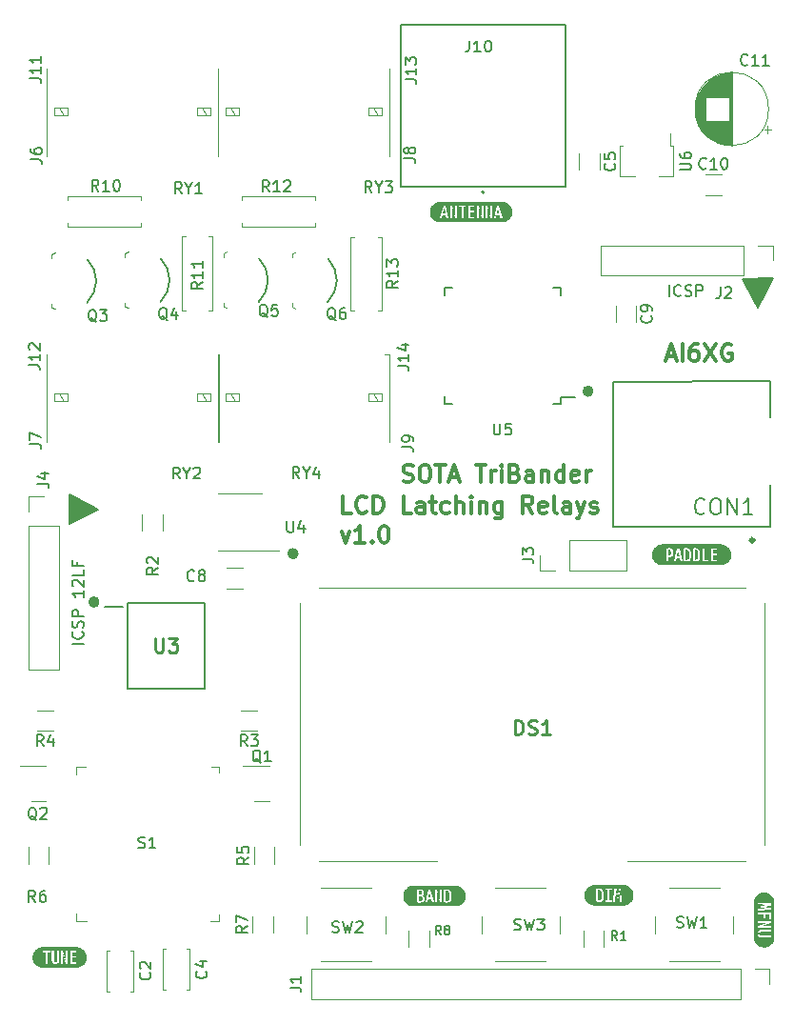
<source format=gbr>
%TF.GenerationSoftware,KiCad,Pcbnew,7.0.10*%
%TF.CreationDate,2024-01-22T19:43:49-08:00*%
%TF.ProjectId,Relay_LCD k7,52656c61-795f-44c4-9344-206b372e6b69,rev?*%
%TF.SameCoordinates,Original*%
%TF.FileFunction,Legend,Top*%
%TF.FilePolarity,Positive*%
%FSLAX46Y46*%
G04 Gerber Fmt 4.6, Leading zero omitted, Abs format (unit mm)*
G04 Created by KiCad (PCBNEW 7.0.10) date 2024-01-22 19:43:49*
%MOMM*%
%LPD*%
G01*
G04 APERTURE LIST*
%ADD10C,0.500000*%
%ADD11C,0.150000*%
%ADD12C,0.300000*%
%ADD13C,0.254000*%
%ADD14C,0.120000*%
%ADD15C,0.100000*%
%ADD16C,0.127000*%
%ADD17C,0.340000*%
%ADD18C,0.200000*%
G04 APERTURE END LIST*
D10*
X57700000Y-101400000D02*
G75*
G03*
X57200000Y-101400000I-250000J0D01*
G01*
X57200000Y-101400000D02*
G75*
G03*
X57700000Y-101400000I250000J0D01*
G01*
X75400000Y-97100000D02*
G75*
G03*
X74900000Y-97100000I-250000J0D01*
G01*
X74900000Y-97100000D02*
G75*
G03*
X75400000Y-97100000I250000J0D01*
G01*
X101637666Y-82662334D02*
G75*
G03*
X101137666Y-82662334I-250000J0D01*
G01*
X101137666Y-82662334D02*
G75*
G03*
X101637666Y-82662334I250000J0D01*
G01*
D11*
X56504819Y-105092856D02*
X55504819Y-105092856D01*
X56409580Y-104045238D02*
X56457200Y-104092857D01*
X56457200Y-104092857D02*
X56504819Y-104235714D01*
X56504819Y-104235714D02*
X56504819Y-104330952D01*
X56504819Y-104330952D02*
X56457200Y-104473809D01*
X56457200Y-104473809D02*
X56361961Y-104569047D01*
X56361961Y-104569047D02*
X56266723Y-104616666D01*
X56266723Y-104616666D02*
X56076247Y-104664285D01*
X56076247Y-104664285D02*
X55933390Y-104664285D01*
X55933390Y-104664285D02*
X55742914Y-104616666D01*
X55742914Y-104616666D02*
X55647676Y-104569047D01*
X55647676Y-104569047D02*
X55552438Y-104473809D01*
X55552438Y-104473809D02*
X55504819Y-104330952D01*
X55504819Y-104330952D02*
X55504819Y-104235714D01*
X55504819Y-104235714D02*
X55552438Y-104092857D01*
X55552438Y-104092857D02*
X55600057Y-104045238D01*
X56457200Y-103664285D02*
X56504819Y-103521428D01*
X56504819Y-103521428D02*
X56504819Y-103283333D01*
X56504819Y-103283333D02*
X56457200Y-103188095D01*
X56457200Y-103188095D02*
X56409580Y-103140476D01*
X56409580Y-103140476D02*
X56314342Y-103092857D01*
X56314342Y-103092857D02*
X56219104Y-103092857D01*
X56219104Y-103092857D02*
X56123866Y-103140476D01*
X56123866Y-103140476D02*
X56076247Y-103188095D01*
X56076247Y-103188095D02*
X56028628Y-103283333D01*
X56028628Y-103283333D02*
X55981009Y-103473809D01*
X55981009Y-103473809D02*
X55933390Y-103569047D01*
X55933390Y-103569047D02*
X55885771Y-103616666D01*
X55885771Y-103616666D02*
X55790533Y-103664285D01*
X55790533Y-103664285D02*
X55695295Y-103664285D01*
X55695295Y-103664285D02*
X55600057Y-103616666D01*
X55600057Y-103616666D02*
X55552438Y-103569047D01*
X55552438Y-103569047D02*
X55504819Y-103473809D01*
X55504819Y-103473809D02*
X55504819Y-103235714D01*
X55504819Y-103235714D02*
X55552438Y-103092857D01*
X56504819Y-102664285D02*
X55504819Y-102664285D01*
X55504819Y-102664285D02*
X55504819Y-102283333D01*
X55504819Y-102283333D02*
X55552438Y-102188095D01*
X55552438Y-102188095D02*
X55600057Y-102140476D01*
X55600057Y-102140476D02*
X55695295Y-102092857D01*
X55695295Y-102092857D02*
X55838152Y-102092857D01*
X55838152Y-102092857D02*
X55933390Y-102140476D01*
X55933390Y-102140476D02*
X55981009Y-102188095D01*
X55981009Y-102188095D02*
X56028628Y-102283333D01*
X56028628Y-102283333D02*
X56028628Y-102664285D01*
X56504819Y-100378571D02*
X56504819Y-100949999D01*
X56504819Y-100664285D02*
X55504819Y-100664285D01*
X55504819Y-100664285D02*
X55647676Y-100759523D01*
X55647676Y-100759523D02*
X55742914Y-100854761D01*
X55742914Y-100854761D02*
X55790533Y-100949999D01*
X55600057Y-99997618D02*
X55552438Y-99949999D01*
X55552438Y-99949999D02*
X55504819Y-99854761D01*
X55504819Y-99854761D02*
X55504819Y-99616666D01*
X55504819Y-99616666D02*
X55552438Y-99521428D01*
X55552438Y-99521428D02*
X55600057Y-99473809D01*
X55600057Y-99473809D02*
X55695295Y-99426190D01*
X55695295Y-99426190D02*
X55790533Y-99426190D01*
X55790533Y-99426190D02*
X55933390Y-99473809D01*
X55933390Y-99473809D02*
X56504819Y-100045237D01*
X56504819Y-100045237D02*
X56504819Y-99426190D01*
X56504819Y-98521428D02*
X56504819Y-98997618D01*
X56504819Y-98997618D02*
X55504819Y-98997618D01*
X55981009Y-97854761D02*
X55981009Y-98188094D01*
X56504819Y-98188094D02*
X55504819Y-98188094D01*
X55504819Y-98188094D02*
X55504819Y-97711904D01*
D12*
X79461653Y-95125828D02*
X79818796Y-96125828D01*
X79818796Y-96125828D02*
X80175939Y-95125828D01*
X81533082Y-96125828D02*
X80675939Y-96125828D01*
X81104510Y-96125828D02*
X81104510Y-94625828D01*
X81104510Y-94625828D02*
X80961653Y-94840114D01*
X80961653Y-94840114D02*
X80818796Y-94982971D01*
X80818796Y-94982971D02*
X80675939Y-95054400D01*
X82175938Y-95982971D02*
X82247367Y-96054400D01*
X82247367Y-96054400D02*
X82175938Y-96125828D01*
X82175938Y-96125828D02*
X82104510Y-96054400D01*
X82104510Y-96054400D02*
X82175938Y-95982971D01*
X82175938Y-95982971D02*
X82175938Y-96125828D01*
X83175939Y-94625828D02*
X83318796Y-94625828D01*
X83318796Y-94625828D02*
X83461653Y-94697257D01*
X83461653Y-94697257D02*
X83533082Y-94768685D01*
X83533082Y-94768685D02*
X83604510Y-94911542D01*
X83604510Y-94911542D02*
X83675939Y-95197257D01*
X83675939Y-95197257D02*
X83675939Y-95554400D01*
X83675939Y-95554400D02*
X83604510Y-95840114D01*
X83604510Y-95840114D02*
X83533082Y-95982971D01*
X83533082Y-95982971D02*
X83461653Y-96054400D01*
X83461653Y-96054400D02*
X83318796Y-96125828D01*
X83318796Y-96125828D02*
X83175939Y-96125828D01*
X83175939Y-96125828D02*
X83033082Y-96054400D01*
X83033082Y-96054400D02*
X82961653Y-95982971D01*
X82961653Y-95982971D02*
X82890224Y-95840114D01*
X82890224Y-95840114D02*
X82818796Y-95554400D01*
X82818796Y-95554400D02*
X82818796Y-95197257D01*
X82818796Y-95197257D02*
X82890224Y-94911542D01*
X82890224Y-94911542D02*
X82961653Y-94768685D01*
X82961653Y-94768685D02*
X83033082Y-94697257D01*
X83033082Y-94697257D02*
X83175939Y-94625828D01*
X80318796Y-93486328D02*
X79604510Y-93486328D01*
X79604510Y-93486328D02*
X79604510Y-91986328D01*
X81675939Y-93343471D02*
X81604511Y-93414900D01*
X81604511Y-93414900D02*
X81390225Y-93486328D01*
X81390225Y-93486328D02*
X81247368Y-93486328D01*
X81247368Y-93486328D02*
X81033082Y-93414900D01*
X81033082Y-93414900D02*
X80890225Y-93272042D01*
X80890225Y-93272042D02*
X80818796Y-93129185D01*
X80818796Y-93129185D02*
X80747368Y-92843471D01*
X80747368Y-92843471D02*
X80747368Y-92629185D01*
X80747368Y-92629185D02*
X80818796Y-92343471D01*
X80818796Y-92343471D02*
X80890225Y-92200614D01*
X80890225Y-92200614D02*
X81033082Y-92057757D01*
X81033082Y-92057757D02*
X81247368Y-91986328D01*
X81247368Y-91986328D02*
X81390225Y-91986328D01*
X81390225Y-91986328D02*
X81604511Y-92057757D01*
X81604511Y-92057757D02*
X81675939Y-92129185D01*
X82318796Y-93486328D02*
X82318796Y-91986328D01*
X82318796Y-91986328D02*
X82675939Y-91986328D01*
X82675939Y-91986328D02*
X82890225Y-92057757D01*
X82890225Y-92057757D02*
X83033082Y-92200614D01*
X83033082Y-92200614D02*
X83104511Y-92343471D01*
X83104511Y-92343471D02*
X83175939Y-92629185D01*
X83175939Y-92629185D02*
X83175939Y-92843471D01*
X83175939Y-92843471D02*
X83104511Y-93129185D01*
X83104511Y-93129185D02*
X83033082Y-93272042D01*
X83033082Y-93272042D02*
X82890225Y-93414900D01*
X82890225Y-93414900D02*
X82675939Y-93486328D01*
X82675939Y-93486328D02*
X82318796Y-93486328D01*
X85675939Y-93486328D02*
X84961653Y-93486328D01*
X84961653Y-93486328D02*
X84961653Y-91986328D01*
X86818797Y-93486328D02*
X86818797Y-92700614D01*
X86818797Y-92700614D02*
X86747368Y-92557757D01*
X86747368Y-92557757D02*
X86604511Y-92486328D01*
X86604511Y-92486328D02*
X86318797Y-92486328D01*
X86318797Y-92486328D02*
X86175939Y-92557757D01*
X86818797Y-93414900D02*
X86675939Y-93486328D01*
X86675939Y-93486328D02*
X86318797Y-93486328D01*
X86318797Y-93486328D02*
X86175939Y-93414900D01*
X86175939Y-93414900D02*
X86104511Y-93272042D01*
X86104511Y-93272042D02*
X86104511Y-93129185D01*
X86104511Y-93129185D02*
X86175939Y-92986328D01*
X86175939Y-92986328D02*
X86318797Y-92914900D01*
X86318797Y-92914900D02*
X86675939Y-92914900D01*
X86675939Y-92914900D02*
X86818797Y-92843471D01*
X87318797Y-92486328D02*
X87890225Y-92486328D01*
X87533082Y-91986328D02*
X87533082Y-93272042D01*
X87533082Y-93272042D02*
X87604511Y-93414900D01*
X87604511Y-93414900D02*
X87747368Y-93486328D01*
X87747368Y-93486328D02*
X87890225Y-93486328D01*
X89033083Y-93414900D02*
X88890225Y-93486328D01*
X88890225Y-93486328D02*
X88604511Y-93486328D01*
X88604511Y-93486328D02*
X88461654Y-93414900D01*
X88461654Y-93414900D02*
X88390225Y-93343471D01*
X88390225Y-93343471D02*
X88318797Y-93200614D01*
X88318797Y-93200614D02*
X88318797Y-92772042D01*
X88318797Y-92772042D02*
X88390225Y-92629185D01*
X88390225Y-92629185D02*
X88461654Y-92557757D01*
X88461654Y-92557757D02*
X88604511Y-92486328D01*
X88604511Y-92486328D02*
X88890225Y-92486328D01*
X88890225Y-92486328D02*
X89033083Y-92557757D01*
X89675939Y-93486328D02*
X89675939Y-91986328D01*
X90318797Y-93486328D02*
X90318797Y-92700614D01*
X90318797Y-92700614D02*
X90247368Y-92557757D01*
X90247368Y-92557757D02*
X90104511Y-92486328D01*
X90104511Y-92486328D02*
X89890225Y-92486328D01*
X89890225Y-92486328D02*
X89747368Y-92557757D01*
X89747368Y-92557757D02*
X89675939Y-92629185D01*
X91033082Y-93486328D02*
X91033082Y-92486328D01*
X91033082Y-91986328D02*
X90961654Y-92057757D01*
X90961654Y-92057757D02*
X91033082Y-92129185D01*
X91033082Y-92129185D02*
X91104511Y-92057757D01*
X91104511Y-92057757D02*
X91033082Y-91986328D01*
X91033082Y-91986328D02*
X91033082Y-92129185D01*
X91747368Y-92486328D02*
X91747368Y-93486328D01*
X91747368Y-92629185D02*
X91818797Y-92557757D01*
X91818797Y-92557757D02*
X91961654Y-92486328D01*
X91961654Y-92486328D02*
X92175940Y-92486328D01*
X92175940Y-92486328D02*
X92318797Y-92557757D01*
X92318797Y-92557757D02*
X92390226Y-92700614D01*
X92390226Y-92700614D02*
X92390226Y-93486328D01*
X93747369Y-92486328D02*
X93747369Y-93700614D01*
X93747369Y-93700614D02*
X93675940Y-93843471D01*
X93675940Y-93843471D02*
X93604511Y-93914900D01*
X93604511Y-93914900D02*
X93461654Y-93986328D01*
X93461654Y-93986328D02*
X93247369Y-93986328D01*
X93247369Y-93986328D02*
X93104511Y-93914900D01*
X93747369Y-93414900D02*
X93604511Y-93486328D01*
X93604511Y-93486328D02*
X93318797Y-93486328D01*
X93318797Y-93486328D02*
X93175940Y-93414900D01*
X93175940Y-93414900D02*
X93104511Y-93343471D01*
X93104511Y-93343471D02*
X93033083Y-93200614D01*
X93033083Y-93200614D02*
X93033083Y-92772042D01*
X93033083Y-92772042D02*
X93104511Y-92629185D01*
X93104511Y-92629185D02*
X93175940Y-92557757D01*
X93175940Y-92557757D02*
X93318797Y-92486328D01*
X93318797Y-92486328D02*
X93604511Y-92486328D01*
X93604511Y-92486328D02*
X93747369Y-92557757D01*
X96461654Y-93486328D02*
X95961654Y-92772042D01*
X95604511Y-93486328D02*
X95604511Y-91986328D01*
X95604511Y-91986328D02*
X96175940Y-91986328D01*
X96175940Y-91986328D02*
X96318797Y-92057757D01*
X96318797Y-92057757D02*
X96390226Y-92129185D01*
X96390226Y-92129185D02*
X96461654Y-92272042D01*
X96461654Y-92272042D02*
X96461654Y-92486328D01*
X96461654Y-92486328D02*
X96390226Y-92629185D01*
X96390226Y-92629185D02*
X96318797Y-92700614D01*
X96318797Y-92700614D02*
X96175940Y-92772042D01*
X96175940Y-92772042D02*
X95604511Y-92772042D01*
X97675940Y-93414900D02*
X97533083Y-93486328D01*
X97533083Y-93486328D02*
X97247369Y-93486328D01*
X97247369Y-93486328D02*
X97104511Y-93414900D01*
X97104511Y-93414900D02*
X97033083Y-93272042D01*
X97033083Y-93272042D02*
X97033083Y-92700614D01*
X97033083Y-92700614D02*
X97104511Y-92557757D01*
X97104511Y-92557757D02*
X97247369Y-92486328D01*
X97247369Y-92486328D02*
X97533083Y-92486328D01*
X97533083Y-92486328D02*
X97675940Y-92557757D01*
X97675940Y-92557757D02*
X97747369Y-92700614D01*
X97747369Y-92700614D02*
X97747369Y-92843471D01*
X97747369Y-92843471D02*
X97033083Y-92986328D01*
X98604511Y-93486328D02*
X98461654Y-93414900D01*
X98461654Y-93414900D02*
X98390225Y-93272042D01*
X98390225Y-93272042D02*
X98390225Y-91986328D01*
X99818797Y-93486328D02*
X99818797Y-92700614D01*
X99818797Y-92700614D02*
X99747368Y-92557757D01*
X99747368Y-92557757D02*
X99604511Y-92486328D01*
X99604511Y-92486328D02*
X99318797Y-92486328D01*
X99318797Y-92486328D02*
X99175939Y-92557757D01*
X99818797Y-93414900D02*
X99675939Y-93486328D01*
X99675939Y-93486328D02*
X99318797Y-93486328D01*
X99318797Y-93486328D02*
X99175939Y-93414900D01*
X99175939Y-93414900D02*
X99104511Y-93272042D01*
X99104511Y-93272042D02*
X99104511Y-93129185D01*
X99104511Y-93129185D02*
X99175939Y-92986328D01*
X99175939Y-92986328D02*
X99318797Y-92914900D01*
X99318797Y-92914900D02*
X99675939Y-92914900D01*
X99675939Y-92914900D02*
X99818797Y-92843471D01*
X100390225Y-92486328D02*
X100747368Y-93486328D01*
X101104511Y-92486328D02*
X100747368Y-93486328D01*
X100747368Y-93486328D02*
X100604511Y-93843471D01*
X100604511Y-93843471D02*
X100533082Y-93914900D01*
X100533082Y-93914900D02*
X100390225Y-93986328D01*
X101604511Y-93414900D02*
X101747368Y-93486328D01*
X101747368Y-93486328D02*
X102033082Y-93486328D01*
X102033082Y-93486328D02*
X102175939Y-93414900D01*
X102175939Y-93414900D02*
X102247368Y-93272042D01*
X102247368Y-93272042D02*
X102247368Y-93200614D01*
X102247368Y-93200614D02*
X102175939Y-93057757D01*
X102175939Y-93057757D02*
X102033082Y-92986328D01*
X102033082Y-92986328D02*
X101818797Y-92986328D01*
X101818797Y-92986328D02*
X101675939Y-92914900D01*
X101675939Y-92914900D02*
X101604511Y-92772042D01*
X101604511Y-92772042D02*
X101604511Y-92700614D01*
X101604511Y-92700614D02*
X101675939Y-92557757D01*
X101675939Y-92557757D02*
X101818797Y-92486328D01*
X101818797Y-92486328D02*
X102033082Y-92486328D01*
X102033082Y-92486328D02*
X102175939Y-92557757D01*
D11*
X116475000Y-75225000D02*
X115175000Y-72675000D01*
X117850000Y-72650000D01*
X116475000Y-75225000D01*
G36*
X116475000Y-75225000D02*
G01*
X115175000Y-72675000D01*
X117850000Y-72650000D01*
X116475000Y-75225000D01*
G37*
X108598810Y-74204819D02*
X108598810Y-73204819D01*
X109646428Y-74109580D02*
X109598809Y-74157200D01*
X109598809Y-74157200D02*
X109455952Y-74204819D01*
X109455952Y-74204819D02*
X109360714Y-74204819D01*
X109360714Y-74204819D02*
X109217857Y-74157200D01*
X109217857Y-74157200D02*
X109122619Y-74061961D01*
X109122619Y-74061961D02*
X109075000Y-73966723D01*
X109075000Y-73966723D02*
X109027381Y-73776247D01*
X109027381Y-73776247D02*
X109027381Y-73633390D01*
X109027381Y-73633390D02*
X109075000Y-73442914D01*
X109075000Y-73442914D02*
X109122619Y-73347676D01*
X109122619Y-73347676D02*
X109217857Y-73252438D01*
X109217857Y-73252438D02*
X109360714Y-73204819D01*
X109360714Y-73204819D02*
X109455952Y-73204819D01*
X109455952Y-73204819D02*
X109598809Y-73252438D01*
X109598809Y-73252438D02*
X109646428Y-73300057D01*
X110027381Y-74157200D02*
X110170238Y-74204819D01*
X110170238Y-74204819D02*
X110408333Y-74204819D01*
X110408333Y-74204819D02*
X110503571Y-74157200D01*
X110503571Y-74157200D02*
X110551190Y-74109580D01*
X110551190Y-74109580D02*
X110598809Y-74014342D01*
X110598809Y-74014342D02*
X110598809Y-73919104D01*
X110598809Y-73919104D02*
X110551190Y-73823866D01*
X110551190Y-73823866D02*
X110503571Y-73776247D01*
X110503571Y-73776247D02*
X110408333Y-73728628D01*
X110408333Y-73728628D02*
X110217857Y-73681009D01*
X110217857Y-73681009D02*
X110122619Y-73633390D01*
X110122619Y-73633390D02*
X110075000Y-73585771D01*
X110075000Y-73585771D02*
X110027381Y-73490533D01*
X110027381Y-73490533D02*
X110027381Y-73395295D01*
X110027381Y-73395295D02*
X110075000Y-73300057D01*
X110075000Y-73300057D02*
X110122619Y-73252438D01*
X110122619Y-73252438D02*
X110217857Y-73204819D01*
X110217857Y-73204819D02*
X110455952Y-73204819D01*
X110455952Y-73204819D02*
X110598809Y-73252438D01*
X111027381Y-74204819D02*
X111027381Y-73204819D01*
X111027381Y-73204819D02*
X111408333Y-73204819D01*
X111408333Y-73204819D02*
X111503571Y-73252438D01*
X111503571Y-73252438D02*
X111551190Y-73300057D01*
X111551190Y-73300057D02*
X111598809Y-73395295D01*
X111598809Y-73395295D02*
X111598809Y-73538152D01*
X111598809Y-73538152D02*
X111551190Y-73633390D01*
X111551190Y-73633390D02*
X111503571Y-73681009D01*
X111503571Y-73681009D02*
X111408333Y-73728628D01*
X111408333Y-73728628D02*
X111027381Y-73728628D01*
X57825000Y-93175000D02*
X55275000Y-94475000D01*
X55250000Y-91800000D01*
X57825000Y-93175000D01*
G36*
X57825000Y-93175000D02*
G01*
X55275000Y-94475000D01*
X55250000Y-91800000D01*
X57825000Y-93175000D01*
G37*
D12*
X108407143Y-79549757D02*
X109121429Y-79549757D01*
X108264286Y-79978328D02*
X108764286Y-78478328D01*
X108764286Y-78478328D02*
X109264286Y-79978328D01*
X109764285Y-79978328D02*
X109764285Y-78478328D01*
X111121429Y-78478328D02*
X110835714Y-78478328D01*
X110835714Y-78478328D02*
X110692857Y-78549757D01*
X110692857Y-78549757D02*
X110621429Y-78621185D01*
X110621429Y-78621185D02*
X110478571Y-78835471D01*
X110478571Y-78835471D02*
X110407143Y-79121185D01*
X110407143Y-79121185D02*
X110407143Y-79692614D01*
X110407143Y-79692614D02*
X110478571Y-79835471D01*
X110478571Y-79835471D02*
X110550000Y-79906900D01*
X110550000Y-79906900D02*
X110692857Y-79978328D01*
X110692857Y-79978328D02*
X110978571Y-79978328D01*
X110978571Y-79978328D02*
X111121429Y-79906900D01*
X111121429Y-79906900D02*
X111192857Y-79835471D01*
X111192857Y-79835471D02*
X111264286Y-79692614D01*
X111264286Y-79692614D02*
X111264286Y-79335471D01*
X111264286Y-79335471D02*
X111192857Y-79192614D01*
X111192857Y-79192614D02*
X111121429Y-79121185D01*
X111121429Y-79121185D02*
X110978571Y-79049757D01*
X110978571Y-79049757D02*
X110692857Y-79049757D01*
X110692857Y-79049757D02*
X110550000Y-79121185D01*
X110550000Y-79121185D02*
X110478571Y-79192614D01*
X110478571Y-79192614D02*
X110407143Y-79335471D01*
X111764285Y-78478328D02*
X112764285Y-79978328D01*
X112764285Y-78478328D02*
X111764285Y-79978328D01*
X114121428Y-78549757D02*
X113978571Y-78478328D01*
X113978571Y-78478328D02*
X113764285Y-78478328D01*
X113764285Y-78478328D02*
X113549999Y-78549757D01*
X113549999Y-78549757D02*
X113407142Y-78692614D01*
X113407142Y-78692614D02*
X113335713Y-78835471D01*
X113335713Y-78835471D02*
X113264285Y-79121185D01*
X113264285Y-79121185D02*
X113264285Y-79335471D01*
X113264285Y-79335471D02*
X113335713Y-79621185D01*
X113335713Y-79621185D02*
X113407142Y-79764042D01*
X113407142Y-79764042D02*
X113549999Y-79906900D01*
X113549999Y-79906900D02*
X113764285Y-79978328D01*
X113764285Y-79978328D02*
X113907142Y-79978328D01*
X113907142Y-79978328D02*
X114121428Y-79906900D01*
X114121428Y-79906900D02*
X114192856Y-79835471D01*
X114192856Y-79835471D02*
X114192856Y-79335471D01*
X114192856Y-79335471D02*
X113907142Y-79335471D01*
X84964286Y-90656900D02*
X85178572Y-90728328D01*
X85178572Y-90728328D02*
X85535714Y-90728328D01*
X85535714Y-90728328D02*
X85678572Y-90656900D01*
X85678572Y-90656900D02*
X85750000Y-90585471D01*
X85750000Y-90585471D02*
X85821429Y-90442614D01*
X85821429Y-90442614D02*
X85821429Y-90299757D01*
X85821429Y-90299757D02*
X85750000Y-90156900D01*
X85750000Y-90156900D02*
X85678572Y-90085471D01*
X85678572Y-90085471D02*
X85535714Y-90014042D01*
X85535714Y-90014042D02*
X85250000Y-89942614D01*
X85250000Y-89942614D02*
X85107143Y-89871185D01*
X85107143Y-89871185D02*
X85035714Y-89799757D01*
X85035714Y-89799757D02*
X84964286Y-89656900D01*
X84964286Y-89656900D02*
X84964286Y-89514042D01*
X84964286Y-89514042D02*
X85035714Y-89371185D01*
X85035714Y-89371185D02*
X85107143Y-89299757D01*
X85107143Y-89299757D02*
X85250000Y-89228328D01*
X85250000Y-89228328D02*
X85607143Y-89228328D01*
X85607143Y-89228328D02*
X85821429Y-89299757D01*
X86750000Y-89228328D02*
X87035714Y-89228328D01*
X87035714Y-89228328D02*
X87178571Y-89299757D01*
X87178571Y-89299757D02*
X87321428Y-89442614D01*
X87321428Y-89442614D02*
X87392857Y-89728328D01*
X87392857Y-89728328D02*
X87392857Y-90228328D01*
X87392857Y-90228328D02*
X87321428Y-90514042D01*
X87321428Y-90514042D02*
X87178571Y-90656900D01*
X87178571Y-90656900D02*
X87035714Y-90728328D01*
X87035714Y-90728328D02*
X86750000Y-90728328D01*
X86750000Y-90728328D02*
X86607143Y-90656900D01*
X86607143Y-90656900D02*
X86464285Y-90514042D01*
X86464285Y-90514042D02*
X86392857Y-90228328D01*
X86392857Y-90228328D02*
X86392857Y-89728328D01*
X86392857Y-89728328D02*
X86464285Y-89442614D01*
X86464285Y-89442614D02*
X86607143Y-89299757D01*
X86607143Y-89299757D02*
X86750000Y-89228328D01*
X87821429Y-89228328D02*
X88678572Y-89228328D01*
X88250000Y-90728328D02*
X88250000Y-89228328D01*
X89107143Y-90299757D02*
X89821429Y-90299757D01*
X88964286Y-90728328D02*
X89464286Y-89228328D01*
X89464286Y-89228328D02*
X89964286Y-90728328D01*
X91392857Y-89228328D02*
X92250000Y-89228328D01*
X91821428Y-90728328D02*
X91821428Y-89228328D01*
X92749999Y-90728328D02*
X92749999Y-89728328D01*
X92749999Y-90014042D02*
X92821428Y-89871185D01*
X92821428Y-89871185D02*
X92892857Y-89799757D01*
X92892857Y-89799757D02*
X93035714Y-89728328D01*
X93035714Y-89728328D02*
X93178571Y-89728328D01*
X93678570Y-90728328D02*
X93678570Y-89728328D01*
X93678570Y-89228328D02*
X93607142Y-89299757D01*
X93607142Y-89299757D02*
X93678570Y-89371185D01*
X93678570Y-89371185D02*
X93749999Y-89299757D01*
X93749999Y-89299757D02*
X93678570Y-89228328D01*
X93678570Y-89228328D02*
X93678570Y-89371185D01*
X94892856Y-89942614D02*
X95107142Y-90014042D01*
X95107142Y-90014042D02*
X95178571Y-90085471D01*
X95178571Y-90085471D02*
X95249999Y-90228328D01*
X95249999Y-90228328D02*
X95249999Y-90442614D01*
X95249999Y-90442614D02*
X95178571Y-90585471D01*
X95178571Y-90585471D02*
X95107142Y-90656900D01*
X95107142Y-90656900D02*
X94964285Y-90728328D01*
X94964285Y-90728328D02*
X94392856Y-90728328D01*
X94392856Y-90728328D02*
X94392856Y-89228328D01*
X94392856Y-89228328D02*
X94892856Y-89228328D01*
X94892856Y-89228328D02*
X95035714Y-89299757D01*
X95035714Y-89299757D02*
X95107142Y-89371185D01*
X95107142Y-89371185D02*
X95178571Y-89514042D01*
X95178571Y-89514042D02*
X95178571Y-89656900D01*
X95178571Y-89656900D02*
X95107142Y-89799757D01*
X95107142Y-89799757D02*
X95035714Y-89871185D01*
X95035714Y-89871185D02*
X94892856Y-89942614D01*
X94892856Y-89942614D02*
X94392856Y-89942614D01*
X96535714Y-90728328D02*
X96535714Y-89942614D01*
X96535714Y-89942614D02*
X96464285Y-89799757D01*
X96464285Y-89799757D02*
X96321428Y-89728328D01*
X96321428Y-89728328D02*
X96035714Y-89728328D01*
X96035714Y-89728328D02*
X95892856Y-89799757D01*
X96535714Y-90656900D02*
X96392856Y-90728328D01*
X96392856Y-90728328D02*
X96035714Y-90728328D01*
X96035714Y-90728328D02*
X95892856Y-90656900D01*
X95892856Y-90656900D02*
X95821428Y-90514042D01*
X95821428Y-90514042D02*
X95821428Y-90371185D01*
X95821428Y-90371185D02*
X95892856Y-90228328D01*
X95892856Y-90228328D02*
X96035714Y-90156900D01*
X96035714Y-90156900D02*
X96392856Y-90156900D01*
X96392856Y-90156900D02*
X96535714Y-90085471D01*
X97249999Y-89728328D02*
X97249999Y-90728328D01*
X97249999Y-89871185D02*
X97321428Y-89799757D01*
X97321428Y-89799757D02*
X97464285Y-89728328D01*
X97464285Y-89728328D02*
X97678571Y-89728328D01*
X97678571Y-89728328D02*
X97821428Y-89799757D01*
X97821428Y-89799757D02*
X97892857Y-89942614D01*
X97892857Y-89942614D02*
X97892857Y-90728328D01*
X99250000Y-90728328D02*
X99250000Y-89228328D01*
X99250000Y-90656900D02*
X99107142Y-90728328D01*
X99107142Y-90728328D02*
X98821428Y-90728328D01*
X98821428Y-90728328D02*
X98678571Y-90656900D01*
X98678571Y-90656900D02*
X98607142Y-90585471D01*
X98607142Y-90585471D02*
X98535714Y-90442614D01*
X98535714Y-90442614D02*
X98535714Y-90014042D01*
X98535714Y-90014042D02*
X98607142Y-89871185D01*
X98607142Y-89871185D02*
X98678571Y-89799757D01*
X98678571Y-89799757D02*
X98821428Y-89728328D01*
X98821428Y-89728328D02*
X99107142Y-89728328D01*
X99107142Y-89728328D02*
X99250000Y-89799757D01*
X100535714Y-90656900D02*
X100392857Y-90728328D01*
X100392857Y-90728328D02*
X100107143Y-90728328D01*
X100107143Y-90728328D02*
X99964285Y-90656900D01*
X99964285Y-90656900D02*
X99892857Y-90514042D01*
X99892857Y-90514042D02*
X99892857Y-89942614D01*
X99892857Y-89942614D02*
X99964285Y-89799757D01*
X99964285Y-89799757D02*
X100107143Y-89728328D01*
X100107143Y-89728328D02*
X100392857Y-89728328D01*
X100392857Y-89728328D02*
X100535714Y-89799757D01*
X100535714Y-89799757D02*
X100607143Y-89942614D01*
X100607143Y-89942614D02*
X100607143Y-90085471D01*
X100607143Y-90085471D02*
X99892857Y-90228328D01*
X101249999Y-90728328D02*
X101249999Y-89728328D01*
X101249999Y-90014042D02*
X101321428Y-89871185D01*
X101321428Y-89871185D02*
X101392857Y-89799757D01*
X101392857Y-89799757D02*
X101535714Y-89728328D01*
X101535714Y-89728328D02*
X101678571Y-89728328D01*
D11*
X113161666Y-73404819D02*
X113161666Y-74119104D01*
X113161666Y-74119104D02*
X113114047Y-74261961D01*
X113114047Y-74261961D02*
X113018809Y-74357200D01*
X113018809Y-74357200D02*
X112875952Y-74404819D01*
X112875952Y-74404819D02*
X112780714Y-74404819D01*
X113590238Y-73500057D02*
X113637857Y-73452438D01*
X113637857Y-73452438D02*
X113733095Y-73404819D01*
X113733095Y-73404819D02*
X113971190Y-73404819D01*
X113971190Y-73404819D02*
X114066428Y-73452438D01*
X114066428Y-73452438D02*
X114114047Y-73500057D01*
X114114047Y-73500057D02*
X114161666Y-73595295D01*
X114161666Y-73595295D02*
X114161666Y-73690533D01*
X114161666Y-73690533D02*
X114114047Y-73833390D01*
X114114047Y-73833390D02*
X113542619Y-74404819D01*
X113542619Y-74404819D02*
X114161666Y-74404819D01*
X61413095Y-123232200D02*
X61555952Y-123279819D01*
X61555952Y-123279819D02*
X61794047Y-123279819D01*
X61794047Y-123279819D02*
X61889285Y-123232200D01*
X61889285Y-123232200D02*
X61936904Y-123184580D01*
X61936904Y-123184580D02*
X61984523Y-123089342D01*
X61984523Y-123089342D02*
X61984523Y-122994104D01*
X61984523Y-122994104D02*
X61936904Y-122898866D01*
X61936904Y-122898866D02*
X61889285Y-122851247D01*
X61889285Y-122851247D02*
X61794047Y-122803628D01*
X61794047Y-122803628D02*
X61603571Y-122756009D01*
X61603571Y-122756009D02*
X61508333Y-122708390D01*
X61508333Y-122708390D02*
X61460714Y-122660771D01*
X61460714Y-122660771D02*
X61413095Y-122565533D01*
X61413095Y-122565533D02*
X61413095Y-122470295D01*
X61413095Y-122470295D02*
X61460714Y-122375057D01*
X61460714Y-122375057D02*
X61508333Y-122327438D01*
X61508333Y-122327438D02*
X61603571Y-122279819D01*
X61603571Y-122279819D02*
X61841666Y-122279819D01*
X61841666Y-122279819D02*
X61984523Y-122327438D01*
X62936904Y-123279819D02*
X62365476Y-123279819D01*
X62651190Y-123279819D02*
X62651190Y-122279819D01*
X62651190Y-122279819D02*
X62555952Y-122422676D01*
X62555952Y-122422676D02*
X62460714Y-122517914D01*
X62460714Y-122517914D02*
X62365476Y-122565533D01*
X71083333Y-114199819D02*
X70750000Y-113723628D01*
X70511905Y-114199819D02*
X70511905Y-113199819D01*
X70511905Y-113199819D02*
X70892857Y-113199819D01*
X70892857Y-113199819D02*
X70988095Y-113247438D01*
X70988095Y-113247438D02*
X71035714Y-113295057D01*
X71035714Y-113295057D02*
X71083333Y-113390295D01*
X71083333Y-113390295D02*
X71083333Y-113533152D01*
X71083333Y-113533152D02*
X71035714Y-113628390D01*
X71035714Y-113628390D02*
X70988095Y-113676009D01*
X70988095Y-113676009D02*
X70892857Y-113723628D01*
X70892857Y-113723628D02*
X70511905Y-113723628D01*
X71416667Y-113199819D02*
X72035714Y-113199819D01*
X72035714Y-113199819D02*
X71702381Y-113580771D01*
X71702381Y-113580771D02*
X71845238Y-113580771D01*
X71845238Y-113580771D02*
X71940476Y-113628390D01*
X71940476Y-113628390D02*
X71988095Y-113676009D01*
X71988095Y-113676009D02*
X72035714Y-113771247D01*
X72035714Y-113771247D02*
X72035714Y-114009342D01*
X72035714Y-114009342D02*
X71988095Y-114104580D01*
X71988095Y-114104580D02*
X71940476Y-114152200D01*
X71940476Y-114152200D02*
X71845238Y-114199819D01*
X71845238Y-114199819D02*
X71559524Y-114199819D01*
X71559524Y-114199819D02*
X71464286Y-114152200D01*
X71464286Y-114152200D02*
X71416667Y-114104580D01*
X111748221Y-93482071D02*
X111681484Y-93548808D01*
X111681484Y-93548808D02*
X111481275Y-93615544D01*
X111481275Y-93615544D02*
X111347802Y-93615544D01*
X111347802Y-93615544D02*
X111147593Y-93548808D01*
X111147593Y-93548808D02*
X111014120Y-93415335D01*
X111014120Y-93415335D02*
X110947384Y-93281862D01*
X110947384Y-93281862D02*
X110880647Y-93014916D01*
X110880647Y-93014916D02*
X110880647Y-92814707D01*
X110880647Y-92814707D02*
X110947384Y-92547761D01*
X110947384Y-92547761D02*
X111014120Y-92414288D01*
X111014120Y-92414288D02*
X111147593Y-92280815D01*
X111147593Y-92280815D02*
X111347802Y-92214079D01*
X111347802Y-92214079D02*
X111481275Y-92214079D01*
X111481275Y-92214079D02*
X111681484Y-92280815D01*
X111681484Y-92280815D02*
X111748221Y-92347552D01*
X112615794Y-92214079D02*
X112882740Y-92214079D01*
X112882740Y-92214079D02*
X113016213Y-92280815D01*
X113016213Y-92280815D02*
X113149686Y-92414288D01*
X113149686Y-92414288D02*
X113216422Y-92681234D01*
X113216422Y-92681234D02*
X113216422Y-93148389D01*
X113216422Y-93148389D02*
X113149686Y-93415335D01*
X113149686Y-93415335D02*
X113016213Y-93548808D01*
X113016213Y-93548808D02*
X112882740Y-93615544D01*
X112882740Y-93615544D02*
X112615794Y-93615544D01*
X112615794Y-93615544D02*
X112482322Y-93548808D01*
X112482322Y-93548808D02*
X112348849Y-93415335D01*
X112348849Y-93415335D02*
X112282112Y-93148389D01*
X112282112Y-93148389D02*
X112282112Y-92681234D01*
X112282112Y-92681234D02*
X112348849Y-92414288D01*
X112348849Y-92414288D02*
X112482322Y-92280815D01*
X112482322Y-92280815D02*
X112615794Y-92214079D01*
X113817050Y-93615544D02*
X113817050Y-92214079D01*
X113817050Y-92214079D02*
X114617887Y-93615544D01*
X114617887Y-93615544D02*
X114617887Y-92214079D01*
X116019351Y-93615544D02*
X115218514Y-93615544D01*
X115618933Y-93615544D02*
X115618933Y-92214079D01*
X115618933Y-92214079D02*
X115485460Y-92414288D01*
X115485460Y-92414288D02*
X115351987Y-92547761D01*
X115351987Y-92547761D02*
X115218514Y-92614498D01*
X51754819Y-87383333D02*
X52469104Y-87383333D01*
X52469104Y-87383333D02*
X52611961Y-87430952D01*
X52611961Y-87430952D02*
X52707200Y-87526190D01*
X52707200Y-87526190D02*
X52754819Y-87669047D01*
X52754819Y-87669047D02*
X52754819Y-87764285D01*
X51754819Y-87002380D02*
X51754819Y-86335714D01*
X51754819Y-86335714D02*
X52754819Y-86764285D01*
X103734580Y-62429166D02*
X103782200Y-62476785D01*
X103782200Y-62476785D02*
X103829819Y-62619642D01*
X103829819Y-62619642D02*
X103829819Y-62714880D01*
X103829819Y-62714880D02*
X103782200Y-62857737D01*
X103782200Y-62857737D02*
X103686961Y-62952975D01*
X103686961Y-62952975D02*
X103591723Y-63000594D01*
X103591723Y-63000594D02*
X103401247Y-63048213D01*
X103401247Y-63048213D02*
X103258390Y-63048213D01*
X103258390Y-63048213D02*
X103067914Y-63000594D01*
X103067914Y-63000594D02*
X102972676Y-62952975D01*
X102972676Y-62952975D02*
X102877438Y-62857737D01*
X102877438Y-62857737D02*
X102829819Y-62714880D01*
X102829819Y-62714880D02*
X102829819Y-62619642D01*
X102829819Y-62619642D02*
X102877438Y-62476785D01*
X102877438Y-62476785D02*
X102925057Y-62429166D01*
X102829819Y-61524404D02*
X102829819Y-62000594D01*
X102829819Y-62000594D02*
X103306009Y-62048213D01*
X103306009Y-62048213D02*
X103258390Y-62000594D01*
X103258390Y-62000594D02*
X103210771Y-61905356D01*
X103210771Y-61905356D02*
X103210771Y-61667261D01*
X103210771Y-61667261D02*
X103258390Y-61572023D01*
X103258390Y-61572023D02*
X103306009Y-61524404D01*
X103306009Y-61524404D02*
X103401247Y-61476785D01*
X103401247Y-61476785D02*
X103639342Y-61476785D01*
X103639342Y-61476785D02*
X103734580Y-61524404D01*
X103734580Y-61524404D02*
X103782200Y-61572023D01*
X103782200Y-61572023D02*
X103829819Y-61667261D01*
X103829819Y-61667261D02*
X103829819Y-61905356D01*
X103829819Y-61905356D02*
X103782200Y-62000594D01*
X103782200Y-62000594D02*
X103734580Y-62048213D01*
X52958333Y-114199819D02*
X52625000Y-113723628D01*
X52386905Y-114199819D02*
X52386905Y-113199819D01*
X52386905Y-113199819D02*
X52767857Y-113199819D01*
X52767857Y-113199819D02*
X52863095Y-113247438D01*
X52863095Y-113247438D02*
X52910714Y-113295057D01*
X52910714Y-113295057D02*
X52958333Y-113390295D01*
X52958333Y-113390295D02*
X52958333Y-113533152D01*
X52958333Y-113533152D02*
X52910714Y-113628390D01*
X52910714Y-113628390D02*
X52863095Y-113676009D01*
X52863095Y-113676009D02*
X52767857Y-113723628D01*
X52767857Y-113723628D02*
X52386905Y-113723628D01*
X53815476Y-113533152D02*
X53815476Y-114199819D01*
X53577381Y-113152200D02*
X53339286Y-113866485D01*
X53339286Y-113866485D02*
X53958333Y-113866485D01*
X85129819Y-54959523D02*
X85844104Y-54959523D01*
X85844104Y-54959523D02*
X85986961Y-55007142D01*
X85986961Y-55007142D02*
X86082200Y-55102380D01*
X86082200Y-55102380D02*
X86129819Y-55245237D01*
X86129819Y-55245237D02*
X86129819Y-55340475D01*
X86129819Y-53959523D02*
X86129819Y-54530951D01*
X86129819Y-54245237D02*
X85129819Y-54245237D01*
X85129819Y-54245237D02*
X85272676Y-54340475D01*
X85272676Y-54340475D02*
X85367914Y-54435713D01*
X85367914Y-54435713D02*
X85415533Y-54530951D01*
X85129819Y-53626189D02*
X85129819Y-53007142D01*
X85129819Y-53007142D02*
X85510771Y-53340475D01*
X85510771Y-53340475D02*
X85510771Y-53197618D01*
X85510771Y-53197618D02*
X85558390Y-53102380D01*
X85558390Y-53102380D02*
X85606009Y-53054761D01*
X85606009Y-53054761D02*
X85701247Y-53007142D01*
X85701247Y-53007142D02*
X85939342Y-53007142D01*
X85939342Y-53007142D02*
X86034580Y-53054761D01*
X86034580Y-53054761D02*
X86082200Y-53102380D01*
X86082200Y-53102380D02*
X86129819Y-53197618D01*
X86129819Y-53197618D02*
X86129819Y-53483332D01*
X86129819Y-53483332D02*
X86082200Y-53578570D01*
X86082200Y-53578570D02*
X86034580Y-53626189D01*
X74879819Y-135683333D02*
X75594104Y-135683333D01*
X75594104Y-135683333D02*
X75736961Y-135730952D01*
X75736961Y-135730952D02*
X75832200Y-135826190D01*
X75832200Y-135826190D02*
X75879819Y-135969047D01*
X75879819Y-135969047D02*
X75879819Y-136064285D01*
X75879819Y-134683333D02*
X75879819Y-135254761D01*
X75879819Y-134969047D02*
X74879819Y-134969047D01*
X74879819Y-134969047D02*
X75022676Y-135064285D01*
X75022676Y-135064285D02*
X75117914Y-135159523D01*
X75117914Y-135159523D02*
X75165533Y-135254761D01*
X57857142Y-64879819D02*
X57523809Y-64403628D01*
X57285714Y-64879819D02*
X57285714Y-63879819D01*
X57285714Y-63879819D02*
X57666666Y-63879819D01*
X57666666Y-63879819D02*
X57761904Y-63927438D01*
X57761904Y-63927438D02*
X57809523Y-63975057D01*
X57809523Y-63975057D02*
X57857142Y-64070295D01*
X57857142Y-64070295D02*
X57857142Y-64213152D01*
X57857142Y-64213152D02*
X57809523Y-64308390D01*
X57809523Y-64308390D02*
X57761904Y-64356009D01*
X57761904Y-64356009D02*
X57666666Y-64403628D01*
X57666666Y-64403628D02*
X57285714Y-64403628D01*
X58809523Y-64879819D02*
X58238095Y-64879819D01*
X58523809Y-64879819D02*
X58523809Y-63879819D01*
X58523809Y-63879819D02*
X58428571Y-64022676D01*
X58428571Y-64022676D02*
X58333333Y-64117914D01*
X58333333Y-64117914D02*
X58238095Y-64165533D01*
X59428571Y-63879819D02*
X59523809Y-63879819D01*
X59523809Y-63879819D02*
X59619047Y-63927438D01*
X59619047Y-63927438D02*
X59666666Y-63975057D01*
X59666666Y-63975057D02*
X59714285Y-64070295D01*
X59714285Y-64070295D02*
X59761904Y-64260771D01*
X59761904Y-64260771D02*
X59761904Y-64498866D01*
X59761904Y-64498866D02*
X59714285Y-64689342D01*
X59714285Y-64689342D02*
X59666666Y-64784580D01*
X59666666Y-64784580D02*
X59619047Y-64832200D01*
X59619047Y-64832200D02*
X59523809Y-64879819D01*
X59523809Y-64879819D02*
X59428571Y-64879819D01*
X59428571Y-64879819D02*
X59333333Y-64832200D01*
X59333333Y-64832200D02*
X59285714Y-64784580D01*
X59285714Y-64784580D02*
X59238095Y-64689342D01*
X59238095Y-64689342D02*
X59190476Y-64498866D01*
X59190476Y-64498866D02*
X59190476Y-64260771D01*
X59190476Y-64260771D02*
X59238095Y-64070295D01*
X59238095Y-64070295D02*
X59285714Y-63975057D01*
X59285714Y-63975057D02*
X59333333Y-63927438D01*
X59333333Y-63927438D02*
X59428571Y-63879819D01*
X65079761Y-90429819D02*
X64746428Y-89953628D01*
X64508333Y-90429819D02*
X64508333Y-89429819D01*
X64508333Y-89429819D02*
X64889285Y-89429819D01*
X64889285Y-89429819D02*
X64984523Y-89477438D01*
X64984523Y-89477438D02*
X65032142Y-89525057D01*
X65032142Y-89525057D02*
X65079761Y-89620295D01*
X65079761Y-89620295D02*
X65079761Y-89763152D01*
X65079761Y-89763152D02*
X65032142Y-89858390D01*
X65032142Y-89858390D02*
X64984523Y-89906009D01*
X64984523Y-89906009D02*
X64889285Y-89953628D01*
X64889285Y-89953628D02*
X64508333Y-89953628D01*
X65698809Y-89953628D02*
X65698809Y-90429819D01*
X65365476Y-89429819D02*
X65698809Y-89953628D01*
X65698809Y-89953628D02*
X66032142Y-89429819D01*
X66317857Y-89525057D02*
X66365476Y-89477438D01*
X66365476Y-89477438D02*
X66460714Y-89429819D01*
X66460714Y-89429819D02*
X66698809Y-89429819D01*
X66698809Y-89429819D02*
X66794047Y-89477438D01*
X66794047Y-89477438D02*
X66841666Y-89525057D01*
X66841666Y-89525057D02*
X66889285Y-89620295D01*
X66889285Y-89620295D02*
X66889285Y-89715533D01*
X66889285Y-89715533D02*
X66841666Y-89858390D01*
X66841666Y-89858390D02*
X66270238Y-90429819D01*
X66270238Y-90429819D02*
X66889285Y-90429819D01*
X93013095Y-85529819D02*
X93013095Y-86339342D01*
X93013095Y-86339342D02*
X93060714Y-86434580D01*
X93060714Y-86434580D02*
X93108333Y-86482200D01*
X93108333Y-86482200D02*
X93203571Y-86529819D01*
X93203571Y-86529819D02*
X93394047Y-86529819D01*
X93394047Y-86529819D02*
X93489285Y-86482200D01*
X93489285Y-86482200D02*
X93536904Y-86434580D01*
X93536904Y-86434580D02*
X93584523Y-86339342D01*
X93584523Y-86339342D02*
X93584523Y-85529819D01*
X94536904Y-85529819D02*
X94060714Y-85529819D01*
X94060714Y-85529819D02*
X94013095Y-86006009D01*
X94013095Y-86006009D02*
X94060714Y-85958390D01*
X94060714Y-85958390D02*
X94155952Y-85910771D01*
X94155952Y-85910771D02*
X94394047Y-85910771D01*
X94394047Y-85910771D02*
X94489285Y-85958390D01*
X94489285Y-85958390D02*
X94536904Y-86006009D01*
X94536904Y-86006009D02*
X94584523Y-86101247D01*
X94584523Y-86101247D02*
X94584523Y-86339342D01*
X94584523Y-86339342D02*
X94536904Y-86434580D01*
X94536904Y-86434580D02*
X94489285Y-86482200D01*
X94489285Y-86482200D02*
X94394047Y-86529819D01*
X94394047Y-86529819D02*
X94155952Y-86529819D01*
X94155952Y-86529819D02*
X94060714Y-86482200D01*
X94060714Y-86482200D02*
X94013095Y-86434580D01*
D13*
X62882380Y-104604318D02*
X62882380Y-105632413D01*
X62882380Y-105632413D02*
X62942857Y-105753365D01*
X62942857Y-105753365D02*
X63003333Y-105813842D01*
X63003333Y-105813842D02*
X63124285Y-105874318D01*
X63124285Y-105874318D02*
X63366190Y-105874318D01*
X63366190Y-105874318D02*
X63487142Y-105813842D01*
X63487142Y-105813842D02*
X63547619Y-105753365D01*
X63547619Y-105753365D02*
X63608095Y-105632413D01*
X63608095Y-105632413D02*
X63608095Y-104604318D01*
X64091904Y-104604318D02*
X64878095Y-104604318D01*
X64878095Y-104604318D02*
X64454761Y-105088127D01*
X64454761Y-105088127D02*
X64636190Y-105088127D01*
X64636190Y-105088127D02*
X64757142Y-105148603D01*
X64757142Y-105148603D02*
X64817618Y-105209080D01*
X64817618Y-105209080D02*
X64878095Y-105330032D01*
X64878095Y-105330032D02*
X64878095Y-105632413D01*
X64878095Y-105632413D02*
X64817618Y-105753365D01*
X64817618Y-105753365D02*
X64757142Y-105813842D01*
X64757142Y-105813842D02*
X64636190Y-105874318D01*
X64636190Y-105874318D02*
X64273333Y-105874318D01*
X64273333Y-105874318D02*
X64152380Y-105813842D01*
X64152380Y-105813842D02*
X64091904Y-105753365D01*
D11*
X88316667Y-130962295D02*
X88050000Y-130581342D01*
X87859524Y-130962295D02*
X87859524Y-130162295D01*
X87859524Y-130162295D02*
X88164286Y-130162295D01*
X88164286Y-130162295D02*
X88240476Y-130200390D01*
X88240476Y-130200390D02*
X88278571Y-130238485D01*
X88278571Y-130238485D02*
X88316667Y-130314676D01*
X88316667Y-130314676D02*
X88316667Y-130428961D01*
X88316667Y-130428961D02*
X88278571Y-130505152D01*
X88278571Y-130505152D02*
X88240476Y-130543247D01*
X88240476Y-130543247D02*
X88164286Y-130581342D01*
X88164286Y-130581342D02*
X87859524Y-130581342D01*
X88773809Y-130505152D02*
X88697619Y-130467057D01*
X88697619Y-130467057D02*
X88659524Y-130428961D01*
X88659524Y-130428961D02*
X88621428Y-130352771D01*
X88621428Y-130352771D02*
X88621428Y-130314676D01*
X88621428Y-130314676D02*
X88659524Y-130238485D01*
X88659524Y-130238485D02*
X88697619Y-130200390D01*
X88697619Y-130200390D02*
X88773809Y-130162295D01*
X88773809Y-130162295D02*
X88926190Y-130162295D01*
X88926190Y-130162295D02*
X89002381Y-130200390D01*
X89002381Y-130200390D02*
X89040476Y-130238485D01*
X89040476Y-130238485D02*
X89078571Y-130314676D01*
X89078571Y-130314676D02*
X89078571Y-130352771D01*
X89078571Y-130352771D02*
X89040476Y-130428961D01*
X89040476Y-130428961D02*
X89002381Y-130467057D01*
X89002381Y-130467057D02*
X88926190Y-130505152D01*
X88926190Y-130505152D02*
X88773809Y-130505152D01*
X88773809Y-130505152D02*
X88697619Y-130543247D01*
X88697619Y-130543247D02*
X88659524Y-130581342D01*
X88659524Y-130581342D02*
X88621428Y-130657533D01*
X88621428Y-130657533D02*
X88621428Y-130809914D01*
X88621428Y-130809914D02*
X88659524Y-130886104D01*
X88659524Y-130886104D02*
X88697619Y-130924200D01*
X88697619Y-130924200D02*
X88773809Y-130962295D01*
X88773809Y-130962295D02*
X88926190Y-130962295D01*
X88926190Y-130962295D02*
X89002381Y-130924200D01*
X89002381Y-130924200D02*
X89040476Y-130886104D01*
X89040476Y-130886104D02*
X89078571Y-130809914D01*
X89078571Y-130809914D02*
X89078571Y-130657533D01*
X89078571Y-130657533D02*
X89040476Y-130581342D01*
X89040476Y-130581342D02*
X89002381Y-130543247D01*
X89002381Y-130543247D02*
X88926190Y-130505152D01*
X66370833Y-99459580D02*
X66323214Y-99507200D01*
X66323214Y-99507200D02*
X66180357Y-99554819D01*
X66180357Y-99554819D02*
X66085119Y-99554819D01*
X66085119Y-99554819D02*
X65942262Y-99507200D01*
X65942262Y-99507200D02*
X65847024Y-99411961D01*
X65847024Y-99411961D02*
X65799405Y-99316723D01*
X65799405Y-99316723D02*
X65751786Y-99126247D01*
X65751786Y-99126247D02*
X65751786Y-98983390D01*
X65751786Y-98983390D02*
X65799405Y-98792914D01*
X65799405Y-98792914D02*
X65847024Y-98697676D01*
X65847024Y-98697676D02*
X65942262Y-98602438D01*
X65942262Y-98602438D02*
X66085119Y-98554819D01*
X66085119Y-98554819D02*
X66180357Y-98554819D01*
X66180357Y-98554819D02*
X66323214Y-98602438D01*
X66323214Y-98602438D02*
X66370833Y-98650057D01*
X66942262Y-98983390D02*
X66847024Y-98935771D01*
X66847024Y-98935771D02*
X66799405Y-98888152D01*
X66799405Y-98888152D02*
X66751786Y-98792914D01*
X66751786Y-98792914D02*
X66751786Y-98745295D01*
X66751786Y-98745295D02*
X66799405Y-98650057D01*
X66799405Y-98650057D02*
X66847024Y-98602438D01*
X66847024Y-98602438D02*
X66942262Y-98554819D01*
X66942262Y-98554819D02*
X67132738Y-98554819D01*
X67132738Y-98554819D02*
X67227976Y-98602438D01*
X67227976Y-98602438D02*
X67275595Y-98650057D01*
X67275595Y-98650057D02*
X67323214Y-98745295D01*
X67323214Y-98745295D02*
X67323214Y-98792914D01*
X67323214Y-98792914D02*
X67275595Y-98888152D01*
X67275595Y-98888152D02*
X67227976Y-98935771D01*
X67227976Y-98935771D02*
X67132738Y-98983390D01*
X67132738Y-98983390D02*
X66942262Y-98983390D01*
X66942262Y-98983390D02*
X66847024Y-99031009D01*
X66847024Y-99031009D02*
X66799405Y-99078628D01*
X66799405Y-99078628D02*
X66751786Y-99173866D01*
X66751786Y-99173866D02*
X66751786Y-99364342D01*
X66751786Y-99364342D02*
X66799405Y-99459580D01*
X66799405Y-99459580D02*
X66847024Y-99507200D01*
X66847024Y-99507200D02*
X66942262Y-99554819D01*
X66942262Y-99554819D02*
X67132738Y-99554819D01*
X67132738Y-99554819D02*
X67227976Y-99507200D01*
X67227976Y-99507200D02*
X67275595Y-99459580D01*
X67275595Y-99459580D02*
X67323214Y-99364342D01*
X67323214Y-99364342D02*
X67323214Y-99173866D01*
X67323214Y-99173866D02*
X67275595Y-99078628D01*
X67275595Y-99078628D02*
X67227976Y-99031009D01*
X67227976Y-99031009D02*
X67132738Y-98983390D01*
X52354761Y-120775057D02*
X52259523Y-120727438D01*
X52259523Y-120727438D02*
X52164285Y-120632200D01*
X52164285Y-120632200D02*
X52021428Y-120489342D01*
X52021428Y-120489342D02*
X51926190Y-120441723D01*
X51926190Y-120441723D02*
X51830952Y-120441723D01*
X51878571Y-120679819D02*
X51783333Y-120632200D01*
X51783333Y-120632200D02*
X51688095Y-120536961D01*
X51688095Y-120536961D02*
X51640476Y-120346485D01*
X51640476Y-120346485D02*
X51640476Y-120013152D01*
X51640476Y-120013152D02*
X51688095Y-119822676D01*
X51688095Y-119822676D02*
X51783333Y-119727438D01*
X51783333Y-119727438D02*
X51878571Y-119679819D01*
X51878571Y-119679819D02*
X52069047Y-119679819D01*
X52069047Y-119679819D02*
X52164285Y-119727438D01*
X52164285Y-119727438D02*
X52259523Y-119822676D01*
X52259523Y-119822676D02*
X52307142Y-120013152D01*
X52307142Y-120013152D02*
X52307142Y-120346485D01*
X52307142Y-120346485D02*
X52259523Y-120536961D01*
X52259523Y-120536961D02*
X52164285Y-120632200D01*
X52164285Y-120632200D02*
X52069047Y-120679819D01*
X52069047Y-120679819D02*
X51878571Y-120679819D01*
X52688095Y-119775057D02*
X52735714Y-119727438D01*
X52735714Y-119727438D02*
X52830952Y-119679819D01*
X52830952Y-119679819D02*
X53069047Y-119679819D01*
X53069047Y-119679819D02*
X53164285Y-119727438D01*
X53164285Y-119727438D02*
X53211904Y-119775057D01*
X53211904Y-119775057D02*
X53259523Y-119870295D01*
X53259523Y-119870295D02*
X53259523Y-119965533D01*
X53259523Y-119965533D02*
X53211904Y-120108390D01*
X53211904Y-120108390D02*
X52640476Y-120679819D01*
X52640476Y-120679819D02*
X53259523Y-120679819D01*
X51654819Y-80359523D02*
X52369104Y-80359523D01*
X52369104Y-80359523D02*
X52511961Y-80407142D01*
X52511961Y-80407142D02*
X52607200Y-80502380D01*
X52607200Y-80502380D02*
X52654819Y-80645237D01*
X52654819Y-80645237D02*
X52654819Y-80740475D01*
X52654819Y-79359523D02*
X52654819Y-79930951D01*
X52654819Y-79645237D02*
X51654819Y-79645237D01*
X51654819Y-79645237D02*
X51797676Y-79740475D01*
X51797676Y-79740475D02*
X51892914Y-79835713D01*
X51892914Y-79835713D02*
X51940533Y-79930951D01*
X51750057Y-78978570D02*
X51702438Y-78930951D01*
X51702438Y-78930951D02*
X51654819Y-78835713D01*
X51654819Y-78835713D02*
X51654819Y-78597618D01*
X51654819Y-78597618D02*
X51702438Y-78502380D01*
X51702438Y-78502380D02*
X51750057Y-78454761D01*
X51750057Y-78454761D02*
X51845295Y-78407142D01*
X51845295Y-78407142D02*
X51940533Y-78407142D01*
X51940533Y-78407142D02*
X52083390Y-78454761D01*
X52083390Y-78454761D02*
X52654819Y-79026189D01*
X52654819Y-79026189D02*
X52654819Y-78407142D01*
X85029819Y-61983333D02*
X85744104Y-61983333D01*
X85744104Y-61983333D02*
X85886961Y-62030952D01*
X85886961Y-62030952D02*
X85982200Y-62126190D01*
X85982200Y-62126190D02*
X86029819Y-62269047D01*
X86029819Y-62269047D02*
X86029819Y-62364285D01*
X85458390Y-61364285D02*
X85410771Y-61459523D01*
X85410771Y-61459523D02*
X85363152Y-61507142D01*
X85363152Y-61507142D02*
X85267914Y-61554761D01*
X85267914Y-61554761D02*
X85220295Y-61554761D01*
X85220295Y-61554761D02*
X85125057Y-61507142D01*
X85125057Y-61507142D02*
X85077438Y-61459523D01*
X85077438Y-61459523D02*
X85029819Y-61364285D01*
X85029819Y-61364285D02*
X85029819Y-61173809D01*
X85029819Y-61173809D02*
X85077438Y-61078571D01*
X85077438Y-61078571D02*
X85125057Y-61030952D01*
X85125057Y-61030952D02*
X85220295Y-60983333D01*
X85220295Y-60983333D02*
X85267914Y-60983333D01*
X85267914Y-60983333D02*
X85363152Y-61030952D01*
X85363152Y-61030952D02*
X85410771Y-61078571D01*
X85410771Y-61078571D02*
X85458390Y-61173809D01*
X85458390Y-61173809D02*
X85458390Y-61364285D01*
X85458390Y-61364285D02*
X85506009Y-61459523D01*
X85506009Y-61459523D02*
X85553628Y-61507142D01*
X85553628Y-61507142D02*
X85648866Y-61554761D01*
X85648866Y-61554761D02*
X85839342Y-61554761D01*
X85839342Y-61554761D02*
X85934580Y-61507142D01*
X85934580Y-61507142D02*
X85982200Y-61459523D01*
X85982200Y-61459523D02*
X86029819Y-61364285D01*
X86029819Y-61364285D02*
X86029819Y-61173809D01*
X86029819Y-61173809D02*
X85982200Y-61078571D01*
X85982200Y-61078571D02*
X85934580Y-61030952D01*
X85934580Y-61030952D02*
X85839342Y-60983333D01*
X85839342Y-60983333D02*
X85648866Y-60983333D01*
X85648866Y-60983333D02*
X85553628Y-61030952D01*
X85553628Y-61030952D02*
X85506009Y-61078571D01*
X85506009Y-61078571D02*
X85458390Y-61173809D01*
X63154819Y-98341666D02*
X62678628Y-98674999D01*
X63154819Y-98913094D02*
X62154819Y-98913094D01*
X62154819Y-98913094D02*
X62154819Y-98532142D01*
X62154819Y-98532142D02*
X62202438Y-98436904D01*
X62202438Y-98436904D02*
X62250057Y-98389285D01*
X62250057Y-98389285D02*
X62345295Y-98341666D01*
X62345295Y-98341666D02*
X62488152Y-98341666D01*
X62488152Y-98341666D02*
X62583390Y-98389285D01*
X62583390Y-98389285D02*
X62631009Y-98436904D01*
X62631009Y-98436904D02*
X62678628Y-98532142D01*
X62678628Y-98532142D02*
X62678628Y-98913094D01*
X62250057Y-97960713D02*
X62202438Y-97913094D01*
X62202438Y-97913094D02*
X62154819Y-97817856D01*
X62154819Y-97817856D02*
X62154819Y-97579761D01*
X62154819Y-97579761D02*
X62202438Y-97484523D01*
X62202438Y-97484523D02*
X62250057Y-97436904D01*
X62250057Y-97436904D02*
X62345295Y-97389285D01*
X62345295Y-97389285D02*
X62440533Y-97389285D01*
X62440533Y-97389285D02*
X62583390Y-97436904D01*
X62583390Y-97436904D02*
X63154819Y-98008332D01*
X63154819Y-98008332D02*
X63154819Y-97389285D01*
X84474819Y-72852857D02*
X83998628Y-73186190D01*
X84474819Y-73424285D02*
X83474819Y-73424285D01*
X83474819Y-73424285D02*
X83474819Y-73043333D01*
X83474819Y-73043333D02*
X83522438Y-72948095D01*
X83522438Y-72948095D02*
X83570057Y-72900476D01*
X83570057Y-72900476D02*
X83665295Y-72852857D01*
X83665295Y-72852857D02*
X83808152Y-72852857D01*
X83808152Y-72852857D02*
X83903390Y-72900476D01*
X83903390Y-72900476D02*
X83951009Y-72948095D01*
X83951009Y-72948095D02*
X83998628Y-73043333D01*
X83998628Y-73043333D02*
X83998628Y-73424285D01*
X84474819Y-71900476D02*
X84474819Y-72471904D01*
X84474819Y-72186190D02*
X83474819Y-72186190D01*
X83474819Y-72186190D02*
X83617676Y-72281428D01*
X83617676Y-72281428D02*
X83712914Y-72376666D01*
X83712914Y-72376666D02*
X83760533Y-72471904D01*
X83474819Y-71567142D02*
X83474819Y-70948095D01*
X83474819Y-70948095D02*
X83855771Y-71281428D01*
X83855771Y-71281428D02*
X83855771Y-71138571D01*
X83855771Y-71138571D02*
X83903390Y-71043333D01*
X83903390Y-71043333D02*
X83951009Y-70995714D01*
X83951009Y-70995714D02*
X84046247Y-70948095D01*
X84046247Y-70948095D02*
X84284342Y-70948095D01*
X84284342Y-70948095D02*
X84379580Y-70995714D01*
X84379580Y-70995714D02*
X84427200Y-71043333D01*
X84427200Y-71043333D02*
X84474819Y-71138571D01*
X84474819Y-71138571D02*
X84474819Y-71424285D01*
X84474819Y-71424285D02*
X84427200Y-71519523D01*
X84427200Y-71519523D02*
X84379580Y-71567142D01*
X84854819Y-87608333D02*
X85569104Y-87608333D01*
X85569104Y-87608333D02*
X85711961Y-87655952D01*
X85711961Y-87655952D02*
X85807200Y-87751190D01*
X85807200Y-87751190D02*
X85854819Y-87894047D01*
X85854819Y-87894047D02*
X85854819Y-87989285D01*
X85854819Y-87084523D02*
X85854819Y-86894047D01*
X85854819Y-86894047D02*
X85807200Y-86798809D01*
X85807200Y-86798809D02*
X85759580Y-86751190D01*
X85759580Y-86751190D02*
X85616723Y-86655952D01*
X85616723Y-86655952D02*
X85426247Y-86608333D01*
X85426247Y-86608333D02*
X85045295Y-86608333D01*
X85045295Y-86608333D02*
X84950057Y-86655952D01*
X84950057Y-86655952D02*
X84902438Y-86703571D01*
X84902438Y-86703571D02*
X84854819Y-86798809D01*
X84854819Y-86798809D02*
X84854819Y-86989285D01*
X84854819Y-86989285D02*
X84902438Y-87084523D01*
X84902438Y-87084523D02*
X84950057Y-87132142D01*
X84950057Y-87132142D02*
X85045295Y-87179761D01*
X85045295Y-87179761D02*
X85283390Y-87179761D01*
X85283390Y-87179761D02*
X85378628Y-87132142D01*
X85378628Y-87132142D02*
X85426247Y-87084523D01*
X85426247Y-87084523D02*
X85473866Y-86989285D01*
X85473866Y-86989285D02*
X85473866Y-86798809D01*
X85473866Y-86798809D02*
X85426247Y-86703571D01*
X85426247Y-86703571D02*
X85378628Y-86655952D01*
X85378628Y-86655952D02*
X85283390Y-86608333D01*
X106984580Y-75954166D02*
X107032200Y-76001785D01*
X107032200Y-76001785D02*
X107079819Y-76144642D01*
X107079819Y-76144642D02*
X107079819Y-76239880D01*
X107079819Y-76239880D02*
X107032200Y-76382737D01*
X107032200Y-76382737D02*
X106936961Y-76477975D01*
X106936961Y-76477975D02*
X106841723Y-76525594D01*
X106841723Y-76525594D02*
X106651247Y-76573213D01*
X106651247Y-76573213D02*
X106508390Y-76573213D01*
X106508390Y-76573213D02*
X106317914Y-76525594D01*
X106317914Y-76525594D02*
X106222676Y-76477975D01*
X106222676Y-76477975D02*
X106127438Y-76382737D01*
X106127438Y-76382737D02*
X106079819Y-76239880D01*
X106079819Y-76239880D02*
X106079819Y-76144642D01*
X106079819Y-76144642D02*
X106127438Y-76001785D01*
X106127438Y-76001785D02*
X106175057Y-75954166D01*
X107079819Y-75477975D02*
X107079819Y-75287499D01*
X107079819Y-75287499D02*
X107032200Y-75192261D01*
X107032200Y-75192261D02*
X106984580Y-75144642D01*
X106984580Y-75144642D02*
X106841723Y-75049404D01*
X106841723Y-75049404D02*
X106651247Y-75001785D01*
X106651247Y-75001785D02*
X106270295Y-75001785D01*
X106270295Y-75001785D02*
X106175057Y-75049404D01*
X106175057Y-75049404D02*
X106127438Y-75097023D01*
X106127438Y-75097023D02*
X106079819Y-75192261D01*
X106079819Y-75192261D02*
X106079819Y-75382737D01*
X106079819Y-75382737D02*
X106127438Y-75477975D01*
X106127438Y-75477975D02*
X106175057Y-75525594D01*
X106175057Y-75525594D02*
X106270295Y-75573213D01*
X106270295Y-75573213D02*
X106508390Y-75573213D01*
X106508390Y-75573213D02*
X106603628Y-75525594D01*
X106603628Y-75525594D02*
X106651247Y-75477975D01*
X106651247Y-75477975D02*
X106698866Y-75382737D01*
X106698866Y-75382737D02*
X106698866Y-75192261D01*
X106698866Y-75192261D02*
X106651247Y-75097023D01*
X106651247Y-75097023D02*
X106603628Y-75049404D01*
X106603628Y-75049404D02*
X106508390Y-75001785D01*
X62409580Y-134341666D02*
X62457200Y-134389285D01*
X62457200Y-134389285D02*
X62504819Y-134532142D01*
X62504819Y-134532142D02*
X62504819Y-134627380D01*
X62504819Y-134627380D02*
X62457200Y-134770237D01*
X62457200Y-134770237D02*
X62361961Y-134865475D01*
X62361961Y-134865475D02*
X62266723Y-134913094D01*
X62266723Y-134913094D02*
X62076247Y-134960713D01*
X62076247Y-134960713D02*
X61933390Y-134960713D01*
X61933390Y-134960713D02*
X61742914Y-134913094D01*
X61742914Y-134913094D02*
X61647676Y-134865475D01*
X61647676Y-134865475D02*
X61552438Y-134770237D01*
X61552438Y-134770237D02*
X61504819Y-134627380D01*
X61504819Y-134627380D02*
X61504819Y-134532142D01*
X61504819Y-134532142D02*
X61552438Y-134389285D01*
X61552438Y-134389285D02*
X61600057Y-134341666D01*
X61600057Y-133960713D02*
X61552438Y-133913094D01*
X61552438Y-133913094D02*
X61504819Y-133817856D01*
X61504819Y-133817856D02*
X61504819Y-133579761D01*
X61504819Y-133579761D02*
X61552438Y-133484523D01*
X61552438Y-133484523D02*
X61600057Y-133436904D01*
X61600057Y-133436904D02*
X61695295Y-133389285D01*
X61695295Y-133389285D02*
X61790533Y-133389285D01*
X61790533Y-133389285D02*
X61933390Y-133436904D01*
X61933390Y-133436904D02*
X62504819Y-134008332D01*
X62504819Y-134008332D02*
X62504819Y-133389285D01*
X67104819Y-72992857D02*
X66628628Y-73326190D01*
X67104819Y-73564285D02*
X66104819Y-73564285D01*
X66104819Y-73564285D02*
X66104819Y-73183333D01*
X66104819Y-73183333D02*
X66152438Y-73088095D01*
X66152438Y-73088095D02*
X66200057Y-73040476D01*
X66200057Y-73040476D02*
X66295295Y-72992857D01*
X66295295Y-72992857D02*
X66438152Y-72992857D01*
X66438152Y-72992857D02*
X66533390Y-73040476D01*
X66533390Y-73040476D02*
X66581009Y-73088095D01*
X66581009Y-73088095D02*
X66628628Y-73183333D01*
X66628628Y-73183333D02*
X66628628Y-73564285D01*
X67104819Y-72040476D02*
X67104819Y-72611904D01*
X67104819Y-72326190D02*
X66104819Y-72326190D01*
X66104819Y-72326190D02*
X66247676Y-72421428D01*
X66247676Y-72421428D02*
X66342914Y-72516666D01*
X66342914Y-72516666D02*
X66390533Y-72611904D01*
X67104819Y-71088095D02*
X67104819Y-71659523D01*
X67104819Y-71373809D02*
X66104819Y-71373809D01*
X66104819Y-71373809D02*
X66247676Y-71469047D01*
X66247676Y-71469047D02*
X66342914Y-71564285D01*
X66342914Y-71564285D02*
X66390533Y-71659523D01*
X103991667Y-131437295D02*
X103725000Y-131056342D01*
X103534524Y-131437295D02*
X103534524Y-130637295D01*
X103534524Y-130637295D02*
X103839286Y-130637295D01*
X103839286Y-130637295D02*
X103915476Y-130675390D01*
X103915476Y-130675390D02*
X103953571Y-130713485D01*
X103953571Y-130713485D02*
X103991667Y-130789676D01*
X103991667Y-130789676D02*
X103991667Y-130903961D01*
X103991667Y-130903961D02*
X103953571Y-130980152D01*
X103953571Y-130980152D02*
X103915476Y-131018247D01*
X103915476Y-131018247D02*
X103839286Y-131056342D01*
X103839286Y-131056342D02*
X103534524Y-131056342D01*
X104753571Y-131437295D02*
X104296428Y-131437295D01*
X104525000Y-131437295D02*
X104525000Y-130637295D01*
X104525000Y-130637295D02*
X104448809Y-130751580D01*
X104448809Y-130751580D02*
X104372619Y-130827771D01*
X104372619Y-130827771D02*
X104296428Y-130865866D01*
X71084819Y-130216666D02*
X70608628Y-130549999D01*
X71084819Y-130788094D02*
X70084819Y-130788094D01*
X70084819Y-130788094D02*
X70084819Y-130407142D01*
X70084819Y-130407142D02*
X70132438Y-130311904D01*
X70132438Y-130311904D02*
X70180057Y-130264285D01*
X70180057Y-130264285D02*
X70275295Y-130216666D01*
X70275295Y-130216666D02*
X70418152Y-130216666D01*
X70418152Y-130216666D02*
X70513390Y-130264285D01*
X70513390Y-130264285D02*
X70561009Y-130311904D01*
X70561009Y-130311904D02*
X70608628Y-130407142D01*
X70608628Y-130407142D02*
X70608628Y-130788094D01*
X70084819Y-129883332D02*
X70084819Y-129216666D01*
X70084819Y-129216666D02*
X71084819Y-129645237D01*
X115582142Y-53609580D02*
X115534523Y-53657200D01*
X115534523Y-53657200D02*
X115391666Y-53704819D01*
X115391666Y-53704819D02*
X115296428Y-53704819D01*
X115296428Y-53704819D02*
X115153571Y-53657200D01*
X115153571Y-53657200D02*
X115058333Y-53561961D01*
X115058333Y-53561961D02*
X115010714Y-53466723D01*
X115010714Y-53466723D02*
X114963095Y-53276247D01*
X114963095Y-53276247D02*
X114963095Y-53133390D01*
X114963095Y-53133390D02*
X115010714Y-52942914D01*
X115010714Y-52942914D02*
X115058333Y-52847676D01*
X115058333Y-52847676D02*
X115153571Y-52752438D01*
X115153571Y-52752438D02*
X115296428Y-52704819D01*
X115296428Y-52704819D02*
X115391666Y-52704819D01*
X115391666Y-52704819D02*
X115534523Y-52752438D01*
X115534523Y-52752438D02*
X115582142Y-52800057D01*
X116534523Y-53704819D02*
X115963095Y-53704819D01*
X116248809Y-53704819D02*
X116248809Y-52704819D01*
X116248809Y-52704819D02*
X116153571Y-52847676D01*
X116153571Y-52847676D02*
X116058333Y-52942914D01*
X116058333Y-52942914D02*
X115963095Y-52990533D01*
X117486904Y-53704819D02*
X116915476Y-53704819D01*
X117201190Y-53704819D02*
X117201190Y-52704819D01*
X117201190Y-52704819D02*
X117105952Y-52847676D01*
X117105952Y-52847676D02*
X117010714Y-52942914D01*
X117010714Y-52942914D02*
X116915476Y-52990533D01*
X72904761Y-76075057D02*
X72809523Y-76027438D01*
X72809523Y-76027438D02*
X72714285Y-75932200D01*
X72714285Y-75932200D02*
X72571428Y-75789342D01*
X72571428Y-75789342D02*
X72476190Y-75741723D01*
X72476190Y-75741723D02*
X72380952Y-75741723D01*
X72428571Y-75979819D02*
X72333333Y-75932200D01*
X72333333Y-75932200D02*
X72238095Y-75836961D01*
X72238095Y-75836961D02*
X72190476Y-75646485D01*
X72190476Y-75646485D02*
X72190476Y-75313152D01*
X72190476Y-75313152D02*
X72238095Y-75122676D01*
X72238095Y-75122676D02*
X72333333Y-75027438D01*
X72333333Y-75027438D02*
X72428571Y-74979819D01*
X72428571Y-74979819D02*
X72619047Y-74979819D01*
X72619047Y-74979819D02*
X72714285Y-75027438D01*
X72714285Y-75027438D02*
X72809523Y-75122676D01*
X72809523Y-75122676D02*
X72857142Y-75313152D01*
X72857142Y-75313152D02*
X72857142Y-75646485D01*
X72857142Y-75646485D02*
X72809523Y-75836961D01*
X72809523Y-75836961D02*
X72714285Y-75932200D01*
X72714285Y-75932200D02*
X72619047Y-75979819D01*
X72619047Y-75979819D02*
X72428571Y-75979819D01*
X73761904Y-74979819D02*
X73285714Y-74979819D01*
X73285714Y-74979819D02*
X73238095Y-75456009D01*
X73238095Y-75456009D02*
X73285714Y-75408390D01*
X73285714Y-75408390D02*
X73380952Y-75360771D01*
X73380952Y-75360771D02*
X73619047Y-75360771D01*
X73619047Y-75360771D02*
X73714285Y-75408390D01*
X73714285Y-75408390D02*
X73761904Y-75456009D01*
X73761904Y-75456009D02*
X73809523Y-75551247D01*
X73809523Y-75551247D02*
X73809523Y-75789342D01*
X73809523Y-75789342D02*
X73761904Y-75884580D01*
X73761904Y-75884580D02*
X73714285Y-75932200D01*
X73714285Y-75932200D02*
X73619047Y-75979819D01*
X73619047Y-75979819D02*
X73380952Y-75979819D01*
X73380952Y-75979819D02*
X73285714Y-75932200D01*
X73285714Y-75932200D02*
X73238095Y-75884580D01*
X78666667Y-130732200D02*
X78809524Y-130779819D01*
X78809524Y-130779819D02*
X79047619Y-130779819D01*
X79047619Y-130779819D02*
X79142857Y-130732200D01*
X79142857Y-130732200D02*
X79190476Y-130684580D01*
X79190476Y-130684580D02*
X79238095Y-130589342D01*
X79238095Y-130589342D02*
X79238095Y-130494104D01*
X79238095Y-130494104D02*
X79190476Y-130398866D01*
X79190476Y-130398866D02*
X79142857Y-130351247D01*
X79142857Y-130351247D02*
X79047619Y-130303628D01*
X79047619Y-130303628D02*
X78857143Y-130256009D01*
X78857143Y-130256009D02*
X78761905Y-130208390D01*
X78761905Y-130208390D02*
X78714286Y-130160771D01*
X78714286Y-130160771D02*
X78666667Y-130065533D01*
X78666667Y-130065533D02*
X78666667Y-129970295D01*
X78666667Y-129970295D02*
X78714286Y-129875057D01*
X78714286Y-129875057D02*
X78761905Y-129827438D01*
X78761905Y-129827438D02*
X78857143Y-129779819D01*
X78857143Y-129779819D02*
X79095238Y-129779819D01*
X79095238Y-129779819D02*
X79238095Y-129827438D01*
X79571429Y-129779819D02*
X79809524Y-130779819D01*
X79809524Y-130779819D02*
X80000000Y-130065533D01*
X80000000Y-130065533D02*
X80190476Y-130779819D01*
X80190476Y-130779819D02*
X80428572Y-129779819D01*
X80761905Y-129875057D02*
X80809524Y-129827438D01*
X80809524Y-129827438D02*
X80904762Y-129779819D01*
X80904762Y-129779819D02*
X81142857Y-129779819D01*
X81142857Y-129779819D02*
X81238095Y-129827438D01*
X81238095Y-129827438D02*
X81285714Y-129875057D01*
X81285714Y-129875057D02*
X81333333Y-129970295D01*
X81333333Y-129970295D02*
X81333333Y-130065533D01*
X81333333Y-130065533D02*
X81285714Y-130208390D01*
X81285714Y-130208390D02*
X80714286Y-130779819D01*
X80714286Y-130779819D02*
X81333333Y-130779819D01*
X73032142Y-64929819D02*
X72698809Y-64453628D01*
X72460714Y-64929819D02*
X72460714Y-63929819D01*
X72460714Y-63929819D02*
X72841666Y-63929819D01*
X72841666Y-63929819D02*
X72936904Y-63977438D01*
X72936904Y-63977438D02*
X72984523Y-64025057D01*
X72984523Y-64025057D02*
X73032142Y-64120295D01*
X73032142Y-64120295D02*
X73032142Y-64263152D01*
X73032142Y-64263152D02*
X72984523Y-64358390D01*
X72984523Y-64358390D02*
X72936904Y-64406009D01*
X72936904Y-64406009D02*
X72841666Y-64453628D01*
X72841666Y-64453628D02*
X72460714Y-64453628D01*
X73984523Y-64929819D02*
X73413095Y-64929819D01*
X73698809Y-64929819D02*
X73698809Y-63929819D01*
X73698809Y-63929819D02*
X73603571Y-64072676D01*
X73603571Y-64072676D02*
X73508333Y-64167914D01*
X73508333Y-64167914D02*
X73413095Y-64215533D01*
X74365476Y-64025057D02*
X74413095Y-63977438D01*
X74413095Y-63977438D02*
X74508333Y-63929819D01*
X74508333Y-63929819D02*
X74746428Y-63929819D01*
X74746428Y-63929819D02*
X74841666Y-63977438D01*
X74841666Y-63977438D02*
X74889285Y-64025057D01*
X74889285Y-64025057D02*
X74936904Y-64120295D01*
X74936904Y-64120295D02*
X74936904Y-64215533D01*
X74936904Y-64215533D02*
X74889285Y-64358390D01*
X74889285Y-64358390D02*
X74317857Y-64929819D01*
X74317857Y-64929819D02*
X74936904Y-64929819D01*
D13*
X94882856Y-113174318D02*
X94882856Y-111904318D01*
X94882856Y-111904318D02*
X95185237Y-111904318D01*
X95185237Y-111904318D02*
X95366666Y-111964794D01*
X95366666Y-111964794D02*
X95487618Y-112085746D01*
X95487618Y-112085746D02*
X95548095Y-112206699D01*
X95548095Y-112206699D02*
X95608571Y-112448603D01*
X95608571Y-112448603D02*
X95608571Y-112630032D01*
X95608571Y-112630032D02*
X95548095Y-112871937D01*
X95548095Y-112871937D02*
X95487618Y-112992889D01*
X95487618Y-112992889D02*
X95366666Y-113113842D01*
X95366666Y-113113842D02*
X95185237Y-113174318D01*
X95185237Y-113174318D02*
X94882856Y-113174318D01*
X96092380Y-113113842D02*
X96273809Y-113174318D01*
X96273809Y-113174318D02*
X96576190Y-113174318D01*
X96576190Y-113174318D02*
X96697142Y-113113842D01*
X96697142Y-113113842D02*
X96757618Y-113053365D01*
X96757618Y-113053365D02*
X96818095Y-112932413D01*
X96818095Y-112932413D02*
X96818095Y-112811461D01*
X96818095Y-112811461D02*
X96757618Y-112690508D01*
X96757618Y-112690508D02*
X96697142Y-112630032D01*
X96697142Y-112630032D02*
X96576190Y-112569556D01*
X96576190Y-112569556D02*
X96334285Y-112509080D01*
X96334285Y-112509080D02*
X96213333Y-112448603D01*
X96213333Y-112448603D02*
X96152856Y-112388127D01*
X96152856Y-112388127D02*
X96092380Y-112267175D01*
X96092380Y-112267175D02*
X96092380Y-112146222D01*
X96092380Y-112146222D02*
X96152856Y-112025270D01*
X96152856Y-112025270D02*
X96213333Y-111964794D01*
X96213333Y-111964794D02*
X96334285Y-111904318D01*
X96334285Y-111904318D02*
X96636666Y-111904318D01*
X96636666Y-111904318D02*
X96818095Y-111964794D01*
X98027619Y-113174318D02*
X97301904Y-113174318D01*
X97664761Y-113174318D02*
X97664761Y-111904318D01*
X97664761Y-111904318D02*
X97543809Y-112085746D01*
X97543809Y-112085746D02*
X97422857Y-112206699D01*
X97422857Y-112206699D02*
X97301904Y-112267175D01*
D11*
X90838953Y-51503808D02*
X90838953Y-52219438D01*
X90838953Y-52219438D02*
X90791244Y-52362564D01*
X90791244Y-52362564D02*
X90695827Y-52457982D01*
X90695827Y-52457982D02*
X90552701Y-52505690D01*
X90552701Y-52505690D02*
X90457284Y-52505690D01*
X91840835Y-52505690D02*
X91268331Y-52505690D01*
X91554583Y-52505690D02*
X91554583Y-51503808D01*
X91554583Y-51503808D02*
X91459166Y-51646934D01*
X91459166Y-51646934D02*
X91363749Y-51742352D01*
X91363749Y-51742352D02*
X91268331Y-51790060D01*
X92461048Y-51503808D02*
X92556465Y-51503808D01*
X92556465Y-51503808D02*
X92651882Y-51551517D01*
X92651882Y-51551517D02*
X92699591Y-51599226D01*
X92699591Y-51599226D02*
X92747300Y-51694643D01*
X92747300Y-51694643D02*
X92795008Y-51885478D01*
X92795008Y-51885478D02*
X92795008Y-52124021D01*
X92795008Y-52124021D02*
X92747300Y-52314856D01*
X92747300Y-52314856D02*
X92699591Y-52410273D01*
X92699591Y-52410273D02*
X92651882Y-52457982D01*
X92651882Y-52457982D02*
X92556465Y-52505690D01*
X92556465Y-52505690D02*
X92461048Y-52505690D01*
X92461048Y-52505690D02*
X92365630Y-52457982D01*
X92365630Y-52457982D02*
X92317922Y-52410273D01*
X92317922Y-52410273D02*
X92270213Y-52314856D01*
X92270213Y-52314856D02*
X92222504Y-52124021D01*
X92222504Y-52124021D02*
X92222504Y-51885478D01*
X92222504Y-51885478D02*
X92270213Y-51694643D01*
X92270213Y-51694643D02*
X92317922Y-51599226D01*
X92317922Y-51599226D02*
X92365630Y-51551517D01*
X92365630Y-51551517D02*
X92461048Y-51503808D01*
X71209819Y-124091666D02*
X70733628Y-124424999D01*
X71209819Y-124663094D02*
X70209819Y-124663094D01*
X70209819Y-124663094D02*
X70209819Y-124282142D01*
X70209819Y-124282142D02*
X70257438Y-124186904D01*
X70257438Y-124186904D02*
X70305057Y-124139285D01*
X70305057Y-124139285D02*
X70400295Y-124091666D01*
X70400295Y-124091666D02*
X70543152Y-124091666D01*
X70543152Y-124091666D02*
X70638390Y-124139285D01*
X70638390Y-124139285D02*
X70686009Y-124186904D01*
X70686009Y-124186904D02*
X70733628Y-124282142D01*
X70733628Y-124282142D02*
X70733628Y-124663094D01*
X70209819Y-123186904D02*
X70209819Y-123663094D01*
X70209819Y-123663094D02*
X70686009Y-123710713D01*
X70686009Y-123710713D02*
X70638390Y-123663094D01*
X70638390Y-123663094D02*
X70590771Y-123567856D01*
X70590771Y-123567856D02*
X70590771Y-123329761D01*
X70590771Y-123329761D02*
X70638390Y-123234523D01*
X70638390Y-123234523D02*
X70686009Y-123186904D01*
X70686009Y-123186904D02*
X70781247Y-123139285D01*
X70781247Y-123139285D02*
X71019342Y-123139285D01*
X71019342Y-123139285D02*
X71114580Y-123186904D01*
X71114580Y-123186904D02*
X71162200Y-123234523D01*
X71162200Y-123234523D02*
X71209819Y-123329761D01*
X71209819Y-123329761D02*
X71209819Y-123567856D01*
X71209819Y-123567856D02*
X71162200Y-123663094D01*
X71162200Y-123663094D02*
X71114580Y-123710713D01*
X84454819Y-80409523D02*
X85169104Y-80409523D01*
X85169104Y-80409523D02*
X85311961Y-80457142D01*
X85311961Y-80457142D02*
X85407200Y-80552380D01*
X85407200Y-80552380D02*
X85454819Y-80695237D01*
X85454819Y-80695237D02*
X85454819Y-80790475D01*
X85454819Y-79409523D02*
X85454819Y-79980951D01*
X85454819Y-79695237D02*
X84454819Y-79695237D01*
X84454819Y-79695237D02*
X84597676Y-79790475D01*
X84597676Y-79790475D02*
X84692914Y-79885713D01*
X84692914Y-79885713D02*
X84740533Y-79980951D01*
X84788152Y-78552380D02*
X85454819Y-78552380D01*
X84407200Y-78790475D02*
X85121485Y-79028570D01*
X85121485Y-79028570D02*
X85121485Y-78409523D01*
X111894642Y-62834580D02*
X111847023Y-62882200D01*
X111847023Y-62882200D02*
X111704166Y-62929819D01*
X111704166Y-62929819D02*
X111608928Y-62929819D01*
X111608928Y-62929819D02*
X111466071Y-62882200D01*
X111466071Y-62882200D02*
X111370833Y-62786961D01*
X111370833Y-62786961D02*
X111323214Y-62691723D01*
X111323214Y-62691723D02*
X111275595Y-62501247D01*
X111275595Y-62501247D02*
X111275595Y-62358390D01*
X111275595Y-62358390D02*
X111323214Y-62167914D01*
X111323214Y-62167914D02*
X111370833Y-62072676D01*
X111370833Y-62072676D02*
X111466071Y-61977438D01*
X111466071Y-61977438D02*
X111608928Y-61929819D01*
X111608928Y-61929819D02*
X111704166Y-61929819D01*
X111704166Y-61929819D02*
X111847023Y-61977438D01*
X111847023Y-61977438D02*
X111894642Y-62025057D01*
X112847023Y-62929819D02*
X112275595Y-62929819D01*
X112561309Y-62929819D02*
X112561309Y-61929819D01*
X112561309Y-61929819D02*
X112466071Y-62072676D01*
X112466071Y-62072676D02*
X112370833Y-62167914D01*
X112370833Y-62167914D02*
X112275595Y-62215533D01*
X113466071Y-61929819D02*
X113561309Y-61929819D01*
X113561309Y-61929819D02*
X113656547Y-61977438D01*
X113656547Y-61977438D02*
X113704166Y-62025057D01*
X113704166Y-62025057D02*
X113751785Y-62120295D01*
X113751785Y-62120295D02*
X113799404Y-62310771D01*
X113799404Y-62310771D02*
X113799404Y-62548866D01*
X113799404Y-62548866D02*
X113751785Y-62739342D01*
X113751785Y-62739342D02*
X113704166Y-62834580D01*
X113704166Y-62834580D02*
X113656547Y-62882200D01*
X113656547Y-62882200D02*
X113561309Y-62929819D01*
X113561309Y-62929819D02*
X113466071Y-62929819D01*
X113466071Y-62929819D02*
X113370833Y-62882200D01*
X113370833Y-62882200D02*
X113323214Y-62834580D01*
X113323214Y-62834580D02*
X113275595Y-62739342D01*
X113275595Y-62739342D02*
X113227976Y-62548866D01*
X113227976Y-62548866D02*
X113227976Y-62310771D01*
X113227976Y-62310771D02*
X113275595Y-62120295D01*
X113275595Y-62120295D02*
X113323214Y-62025057D01*
X113323214Y-62025057D02*
X113370833Y-61977438D01*
X113370833Y-61977438D02*
X113466071Y-61929819D01*
X57679761Y-76500057D02*
X57584523Y-76452438D01*
X57584523Y-76452438D02*
X57489285Y-76357200D01*
X57489285Y-76357200D02*
X57346428Y-76214342D01*
X57346428Y-76214342D02*
X57251190Y-76166723D01*
X57251190Y-76166723D02*
X57155952Y-76166723D01*
X57203571Y-76404819D02*
X57108333Y-76357200D01*
X57108333Y-76357200D02*
X57013095Y-76261961D01*
X57013095Y-76261961D02*
X56965476Y-76071485D01*
X56965476Y-76071485D02*
X56965476Y-75738152D01*
X56965476Y-75738152D02*
X57013095Y-75547676D01*
X57013095Y-75547676D02*
X57108333Y-75452438D01*
X57108333Y-75452438D02*
X57203571Y-75404819D01*
X57203571Y-75404819D02*
X57394047Y-75404819D01*
X57394047Y-75404819D02*
X57489285Y-75452438D01*
X57489285Y-75452438D02*
X57584523Y-75547676D01*
X57584523Y-75547676D02*
X57632142Y-75738152D01*
X57632142Y-75738152D02*
X57632142Y-76071485D01*
X57632142Y-76071485D02*
X57584523Y-76261961D01*
X57584523Y-76261961D02*
X57489285Y-76357200D01*
X57489285Y-76357200D02*
X57394047Y-76404819D01*
X57394047Y-76404819D02*
X57203571Y-76404819D01*
X57965476Y-75404819D02*
X58584523Y-75404819D01*
X58584523Y-75404819D02*
X58251190Y-75785771D01*
X58251190Y-75785771D02*
X58394047Y-75785771D01*
X58394047Y-75785771D02*
X58489285Y-75833390D01*
X58489285Y-75833390D02*
X58536904Y-75881009D01*
X58536904Y-75881009D02*
X58584523Y-75976247D01*
X58584523Y-75976247D02*
X58584523Y-76214342D01*
X58584523Y-76214342D02*
X58536904Y-76309580D01*
X58536904Y-76309580D02*
X58489285Y-76357200D01*
X58489285Y-76357200D02*
X58394047Y-76404819D01*
X58394047Y-76404819D02*
X58108333Y-76404819D01*
X58108333Y-76404819D02*
X58013095Y-76357200D01*
X58013095Y-76357200D02*
X57965476Y-76309580D01*
X67409580Y-134216666D02*
X67457200Y-134264285D01*
X67457200Y-134264285D02*
X67504819Y-134407142D01*
X67504819Y-134407142D02*
X67504819Y-134502380D01*
X67504819Y-134502380D02*
X67457200Y-134645237D01*
X67457200Y-134645237D02*
X67361961Y-134740475D01*
X67361961Y-134740475D02*
X67266723Y-134788094D01*
X67266723Y-134788094D02*
X67076247Y-134835713D01*
X67076247Y-134835713D02*
X66933390Y-134835713D01*
X66933390Y-134835713D02*
X66742914Y-134788094D01*
X66742914Y-134788094D02*
X66647676Y-134740475D01*
X66647676Y-134740475D02*
X66552438Y-134645237D01*
X66552438Y-134645237D02*
X66504819Y-134502380D01*
X66504819Y-134502380D02*
X66504819Y-134407142D01*
X66504819Y-134407142D02*
X66552438Y-134264285D01*
X66552438Y-134264285D02*
X66600057Y-134216666D01*
X66838152Y-133359523D02*
X67504819Y-133359523D01*
X66457200Y-133597618D02*
X67171485Y-133835713D01*
X67171485Y-133835713D02*
X67171485Y-133216666D01*
X82154761Y-65004819D02*
X81821428Y-64528628D01*
X81583333Y-65004819D02*
X81583333Y-64004819D01*
X81583333Y-64004819D02*
X81964285Y-64004819D01*
X81964285Y-64004819D02*
X82059523Y-64052438D01*
X82059523Y-64052438D02*
X82107142Y-64100057D01*
X82107142Y-64100057D02*
X82154761Y-64195295D01*
X82154761Y-64195295D02*
X82154761Y-64338152D01*
X82154761Y-64338152D02*
X82107142Y-64433390D01*
X82107142Y-64433390D02*
X82059523Y-64481009D01*
X82059523Y-64481009D02*
X81964285Y-64528628D01*
X81964285Y-64528628D02*
X81583333Y-64528628D01*
X82773809Y-64528628D02*
X82773809Y-65004819D01*
X82440476Y-64004819D02*
X82773809Y-64528628D01*
X82773809Y-64528628D02*
X83107142Y-64004819D01*
X83345238Y-64004819D02*
X83964285Y-64004819D01*
X83964285Y-64004819D02*
X83630952Y-64385771D01*
X83630952Y-64385771D02*
X83773809Y-64385771D01*
X83773809Y-64385771D02*
X83869047Y-64433390D01*
X83869047Y-64433390D02*
X83916666Y-64481009D01*
X83916666Y-64481009D02*
X83964285Y-64576247D01*
X83964285Y-64576247D02*
X83964285Y-64814342D01*
X83964285Y-64814342D02*
X83916666Y-64909580D01*
X83916666Y-64909580D02*
X83869047Y-64957200D01*
X83869047Y-64957200D02*
X83773809Y-65004819D01*
X83773809Y-65004819D02*
X83488095Y-65004819D01*
X83488095Y-65004819D02*
X83392857Y-64957200D01*
X83392857Y-64957200D02*
X83345238Y-64909580D01*
X109291667Y-130307200D02*
X109434524Y-130354819D01*
X109434524Y-130354819D02*
X109672619Y-130354819D01*
X109672619Y-130354819D02*
X109767857Y-130307200D01*
X109767857Y-130307200D02*
X109815476Y-130259580D01*
X109815476Y-130259580D02*
X109863095Y-130164342D01*
X109863095Y-130164342D02*
X109863095Y-130069104D01*
X109863095Y-130069104D02*
X109815476Y-129973866D01*
X109815476Y-129973866D02*
X109767857Y-129926247D01*
X109767857Y-129926247D02*
X109672619Y-129878628D01*
X109672619Y-129878628D02*
X109482143Y-129831009D01*
X109482143Y-129831009D02*
X109386905Y-129783390D01*
X109386905Y-129783390D02*
X109339286Y-129735771D01*
X109339286Y-129735771D02*
X109291667Y-129640533D01*
X109291667Y-129640533D02*
X109291667Y-129545295D01*
X109291667Y-129545295D02*
X109339286Y-129450057D01*
X109339286Y-129450057D02*
X109386905Y-129402438D01*
X109386905Y-129402438D02*
X109482143Y-129354819D01*
X109482143Y-129354819D02*
X109720238Y-129354819D01*
X109720238Y-129354819D02*
X109863095Y-129402438D01*
X110196429Y-129354819D02*
X110434524Y-130354819D01*
X110434524Y-130354819D02*
X110625000Y-129640533D01*
X110625000Y-129640533D02*
X110815476Y-130354819D01*
X110815476Y-130354819D02*
X111053572Y-129354819D01*
X111958333Y-130354819D02*
X111386905Y-130354819D01*
X111672619Y-130354819D02*
X111672619Y-129354819D01*
X111672619Y-129354819D02*
X111577381Y-129497676D01*
X111577381Y-129497676D02*
X111482143Y-129592914D01*
X111482143Y-129592914D02*
X111386905Y-129640533D01*
X72292261Y-115675057D02*
X72197023Y-115627438D01*
X72197023Y-115627438D02*
X72101785Y-115532200D01*
X72101785Y-115532200D02*
X71958928Y-115389342D01*
X71958928Y-115389342D02*
X71863690Y-115341723D01*
X71863690Y-115341723D02*
X71768452Y-115341723D01*
X71816071Y-115579819D02*
X71720833Y-115532200D01*
X71720833Y-115532200D02*
X71625595Y-115436961D01*
X71625595Y-115436961D02*
X71577976Y-115246485D01*
X71577976Y-115246485D02*
X71577976Y-114913152D01*
X71577976Y-114913152D02*
X71625595Y-114722676D01*
X71625595Y-114722676D02*
X71720833Y-114627438D01*
X71720833Y-114627438D02*
X71816071Y-114579819D01*
X71816071Y-114579819D02*
X72006547Y-114579819D01*
X72006547Y-114579819D02*
X72101785Y-114627438D01*
X72101785Y-114627438D02*
X72197023Y-114722676D01*
X72197023Y-114722676D02*
X72244642Y-114913152D01*
X72244642Y-114913152D02*
X72244642Y-115246485D01*
X72244642Y-115246485D02*
X72197023Y-115436961D01*
X72197023Y-115436961D02*
X72101785Y-115532200D01*
X72101785Y-115532200D02*
X72006547Y-115579819D01*
X72006547Y-115579819D02*
X71816071Y-115579819D01*
X73197023Y-115579819D02*
X72625595Y-115579819D01*
X72911309Y-115579819D02*
X72911309Y-114579819D01*
X72911309Y-114579819D02*
X72816071Y-114722676D01*
X72816071Y-114722676D02*
X72720833Y-114817914D01*
X72720833Y-114817914D02*
X72625595Y-114865533D01*
X95549819Y-97583333D02*
X96264104Y-97583333D01*
X96264104Y-97583333D02*
X96406961Y-97630952D01*
X96406961Y-97630952D02*
X96502200Y-97726190D01*
X96502200Y-97726190D02*
X96549819Y-97869047D01*
X96549819Y-97869047D02*
X96549819Y-97964285D01*
X95549819Y-97202380D02*
X95549819Y-96583333D01*
X95549819Y-96583333D02*
X95930771Y-96916666D01*
X95930771Y-96916666D02*
X95930771Y-96773809D01*
X95930771Y-96773809D02*
X95978390Y-96678571D01*
X95978390Y-96678571D02*
X96026009Y-96630952D01*
X96026009Y-96630952D02*
X96121247Y-96583333D01*
X96121247Y-96583333D02*
X96359342Y-96583333D01*
X96359342Y-96583333D02*
X96454580Y-96630952D01*
X96454580Y-96630952D02*
X96502200Y-96678571D01*
X96502200Y-96678571D02*
X96549819Y-96773809D01*
X96549819Y-96773809D02*
X96549819Y-97059523D01*
X96549819Y-97059523D02*
X96502200Y-97154761D01*
X96502200Y-97154761D02*
X96454580Y-97202380D01*
X75704761Y-90404819D02*
X75371428Y-89928628D01*
X75133333Y-90404819D02*
X75133333Y-89404819D01*
X75133333Y-89404819D02*
X75514285Y-89404819D01*
X75514285Y-89404819D02*
X75609523Y-89452438D01*
X75609523Y-89452438D02*
X75657142Y-89500057D01*
X75657142Y-89500057D02*
X75704761Y-89595295D01*
X75704761Y-89595295D02*
X75704761Y-89738152D01*
X75704761Y-89738152D02*
X75657142Y-89833390D01*
X75657142Y-89833390D02*
X75609523Y-89881009D01*
X75609523Y-89881009D02*
X75514285Y-89928628D01*
X75514285Y-89928628D02*
X75133333Y-89928628D01*
X76323809Y-89928628D02*
X76323809Y-90404819D01*
X75990476Y-89404819D02*
X76323809Y-89928628D01*
X76323809Y-89928628D02*
X76657142Y-89404819D01*
X77419047Y-89738152D02*
X77419047Y-90404819D01*
X77180952Y-89357200D02*
X76942857Y-90071485D01*
X76942857Y-90071485D02*
X77561904Y-90071485D01*
X52233333Y-128054819D02*
X51900000Y-127578628D01*
X51661905Y-128054819D02*
X51661905Y-127054819D01*
X51661905Y-127054819D02*
X52042857Y-127054819D01*
X52042857Y-127054819D02*
X52138095Y-127102438D01*
X52138095Y-127102438D02*
X52185714Y-127150057D01*
X52185714Y-127150057D02*
X52233333Y-127245295D01*
X52233333Y-127245295D02*
X52233333Y-127388152D01*
X52233333Y-127388152D02*
X52185714Y-127483390D01*
X52185714Y-127483390D02*
X52138095Y-127531009D01*
X52138095Y-127531009D02*
X52042857Y-127578628D01*
X52042857Y-127578628D02*
X51661905Y-127578628D01*
X53090476Y-127054819D02*
X52900000Y-127054819D01*
X52900000Y-127054819D02*
X52804762Y-127102438D01*
X52804762Y-127102438D02*
X52757143Y-127150057D01*
X52757143Y-127150057D02*
X52661905Y-127292914D01*
X52661905Y-127292914D02*
X52614286Y-127483390D01*
X52614286Y-127483390D02*
X52614286Y-127864342D01*
X52614286Y-127864342D02*
X52661905Y-127959580D01*
X52661905Y-127959580D02*
X52709524Y-128007200D01*
X52709524Y-128007200D02*
X52804762Y-128054819D01*
X52804762Y-128054819D02*
X52995238Y-128054819D01*
X52995238Y-128054819D02*
X53090476Y-128007200D01*
X53090476Y-128007200D02*
X53138095Y-127959580D01*
X53138095Y-127959580D02*
X53185714Y-127864342D01*
X53185714Y-127864342D02*
X53185714Y-127626247D01*
X53185714Y-127626247D02*
X53138095Y-127531009D01*
X53138095Y-127531009D02*
X53090476Y-127483390D01*
X53090476Y-127483390D02*
X52995238Y-127435771D01*
X52995238Y-127435771D02*
X52804762Y-127435771D01*
X52804762Y-127435771D02*
X52709524Y-127483390D01*
X52709524Y-127483390D02*
X52661905Y-127531009D01*
X52661905Y-127531009D02*
X52614286Y-127626247D01*
X94816667Y-130507200D02*
X94959524Y-130554819D01*
X94959524Y-130554819D02*
X95197619Y-130554819D01*
X95197619Y-130554819D02*
X95292857Y-130507200D01*
X95292857Y-130507200D02*
X95340476Y-130459580D01*
X95340476Y-130459580D02*
X95388095Y-130364342D01*
X95388095Y-130364342D02*
X95388095Y-130269104D01*
X95388095Y-130269104D02*
X95340476Y-130173866D01*
X95340476Y-130173866D02*
X95292857Y-130126247D01*
X95292857Y-130126247D02*
X95197619Y-130078628D01*
X95197619Y-130078628D02*
X95007143Y-130031009D01*
X95007143Y-130031009D02*
X94911905Y-129983390D01*
X94911905Y-129983390D02*
X94864286Y-129935771D01*
X94864286Y-129935771D02*
X94816667Y-129840533D01*
X94816667Y-129840533D02*
X94816667Y-129745295D01*
X94816667Y-129745295D02*
X94864286Y-129650057D01*
X94864286Y-129650057D02*
X94911905Y-129602438D01*
X94911905Y-129602438D02*
X95007143Y-129554819D01*
X95007143Y-129554819D02*
X95245238Y-129554819D01*
X95245238Y-129554819D02*
X95388095Y-129602438D01*
X95721429Y-129554819D02*
X95959524Y-130554819D01*
X95959524Y-130554819D02*
X96150000Y-129840533D01*
X96150000Y-129840533D02*
X96340476Y-130554819D01*
X96340476Y-130554819D02*
X96578572Y-129554819D01*
X96864286Y-129554819D02*
X97483333Y-129554819D01*
X97483333Y-129554819D02*
X97150000Y-129935771D01*
X97150000Y-129935771D02*
X97292857Y-129935771D01*
X97292857Y-129935771D02*
X97388095Y-129983390D01*
X97388095Y-129983390D02*
X97435714Y-130031009D01*
X97435714Y-130031009D02*
X97483333Y-130126247D01*
X97483333Y-130126247D02*
X97483333Y-130364342D01*
X97483333Y-130364342D02*
X97435714Y-130459580D01*
X97435714Y-130459580D02*
X97388095Y-130507200D01*
X97388095Y-130507200D02*
X97292857Y-130554819D01*
X97292857Y-130554819D02*
X97007143Y-130554819D01*
X97007143Y-130554819D02*
X96911905Y-130507200D01*
X96911905Y-130507200D02*
X96864286Y-130459580D01*
X51754819Y-54859523D02*
X52469104Y-54859523D01*
X52469104Y-54859523D02*
X52611961Y-54907142D01*
X52611961Y-54907142D02*
X52707200Y-55002380D01*
X52707200Y-55002380D02*
X52754819Y-55145237D01*
X52754819Y-55145237D02*
X52754819Y-55240475D01*
X52754819Y-53859523D02*
X52754819Y-54430951D01*
X52754819Y-54145237D02*
X51754819Y-54145237D01*
X51754819Y-54145237D02*
X51897676Y-54240475D01*
X51897676Y-54240475D02*
X51992914Y-54335713D01*
X51992914Y-54335713D02*
X52040533Y-54430951D01*
X52754819Y-52907142D02*
X52754819Y-53478570D01*
X52754819Y-53192856D02*
X51754819Y-53192856D01*
X51754819Y-53192856D02*
X51897676Y-53288094D01*
X51897676Y-53288094D02*
X51992914Y-53383332D01*
X51992914Y-53383332D02*
X52040533Y-53478570D01*
X52429819Y-90873333D02*
X53144104Y-90873333D01*
X53144104Y-90873333D02*
X53286961Y-90920952D01*
X53286961Y-90920952D02*
X53382200Y-91016190D01*
X53382200Y-91016190D02*
X53429819Y-91159047D01*
X53429819Y-91159047D02*
X53429819Y-91254285D01*
X52763152Y-89968571D02*
X53429819Y-89968571D01*
X52382200Y-90206666D02*
X53096485Y-90444761D01*
X53096485Y-90444761D02*
X53096485Y-89825714D01*
X74613095Y-94194819D02*
X74613095Y-95004342D01*
X74613095Y-95004342D02*
X74660714Y-95099580D01*
X74660714Y-95099580D02*
X74708333Y-95147200D01*
X74708333Y-95147200D02*
X74803571Y-95194819D01*
X74803571Y-95194819D02*
X74994047Y-95194819D01*
X74994047Y-95194819D02*
X75089285Y-95147200D01*
X75089285Y-95147200D02*
X75136904Y-95099580D01*
X75136904Y-95099580D02*
X75184523Y-95004342D01*
X75184523Y-95004342D02*
X75184523Y-94194819D01*
X76089285Y-94528152D02*
X76089285Y-95194819D01*
X75851190Y-94147200D02*
X75613095Y-94861485D01*
X75613095Y-94861485D02*
X76232142Y-94861485D01*
X78954761Y-76350057D02*
X78859523Y-76302438D01*
X78859523Y-76302438D02*
X78764285Y-76207200D01*
X78764285Y-76207200D02*
X78621428Y-76064342D01*
X78621428Y-76064342D02*
X78526190Y-76016723D01*
X78526190Y-76016723D02*
X78430952Y-76016723D01*
X78478571Y-76254819D02*
X78383333Y-76207200D01*
X78383333Y-76207200D02*
X78288095Y-76111961D01*
X78288095Y-76111961D02*
X78240476Y-75921485D01*
X78240476Y-75921485D02*
X78240476Y-75588152D01*
X78240476Y-75588152D02*
X78288095Y-75397676D01*
X78288095Y-75397676D02*
X78383333Y-75302438D01*
X78383333Y-75302438D02*
X78478571Y-75254819D01*
X78478571Y-75254819D02*
X78669047Y-75254819D01*
X78669047Y-75254819D02*
X78764285Y-75302438D01*
X78764285Y-75302438D02*
X78859523Y-75397676D01*
X78859523Y-75397676D02*
X78907142Y-75588152D01*
X78907142Y-75588152D02*
X78907142Y-75921485D01*
X78907142Y-75921485D02*
X78859523Y-76111961D01*
X78859523Y-76111961D02*
X78764285Y-76207200D01*
X78764285Y-76207200D02*
X78669047Y-76254819D01*
X78669047Y-76254819D02*
X78478571Y-76254819D01*
X79764285Y-75254819D02*
X79573809Y-75254819D01*
X79573809Y-75254819D02*
X79478571Y-75302438D01*
X79478571Y-75302438D02*
X79430952Y-75350057D01*
X79430952Y-75350057D02*
X79335714Y-75492914D01*
X79335714Y-75492914D02*
X79288095Y-75683390D01*
X79288095Y-75683390D02*
X79288095Y-76064342D01*
X79288095Y-76064342D02*
X79335714Y-76159580D01*
X79335714Y-76159580D02*
X79383333Y-76207200D01*
X79383333Y-76207200D02*
X79478571Y-76254819D01*
X79478571Y-76254819D02*
X79669047Y-76254819D01*
X79669047Y-76254819D02*
X79764285Y-76207200D01*
X79764285Y-76207200D02*
X79811904Y-76159580D01*
X79811904Y-76159580D02*
X79859523Y-76064342D01*
X79859523Y-76064342D02*
X79859523Y-75826247D01*
X79859523Y-75826247D02*
X79811904Y-75731009D01*
X79811904Y-75731009D02*
X79764285Y-75683390D01*
X79764285Y-75683390D02*
X79669047Y-75635771D01*
X79669047Y-75635771D02*
X79478571Y-75635771D01*
X79478571Y-75635771D02*
X79383333Y-75683390D01*
X79383333Y-75683390D02*
X79335714Y-75731009D01*
X79335714Y-75731009D02*
X79288095Y-75826247D01*
X63979761Y-76350057D02*
X63884523Y-76302438D01*
X63884523Y-76302438D02*
X63789285Y-76207200D01*
X63789285Y-76207200D02*
X63646428Y-76064342D01*
X63646428Y-76064342D02*
X63551190Y-76016723D01*
X63551190Y-76016723D02*
X63455952Y-76016723D01*
X63503571Y-76254819D02*
X63408333Y-76207200D01*
X63408333Y-76207200D02*
X63313095Y-76111961D01*
X63313095Y-76111961D02*
X63265476Y-75921485D01*
X63265476Y-75921485D02*
X63265476Y-75588152D01*
X63265476Y-75588152D02*
X63313095Y-75397676D01*
X63313095Y-75397676D02*
X63408333Y-75302438D01*
X63408333Y-75302438D02*
X63503571Y-75254819D01*
X63503571Y-75254819D02*
X63694047Y-75254819D01*
X63694047Y-75254819D02*
X63789285Y-75302438D01*
X63789285Y-75302438D02*
X63884523Y-75397676D01*
X63884523Y-75397676D02*
X63932142Y-75588152D01*
X63932142Y-75588152D02*
X63932142Y-75921485D01*
X63932142Y-75921485D02*
X63884523Y-76111961D01*
X63884523Y-76111961D02*
X63789285Y-76207200D01*
X63789285Y-76207200D02*
X63694047Y-76254819D01*
X63694047Y-76254819D02*
X63503571Y-76254819D01*
X64789285Y-75588152D02*
X64789285Y-76254819D01*
X64551190Y-75207200D02*
X64313095Y-75921485D01*
X64313095Y-75921485D02*
X64932142Y-75921485D01*
X51804819Y-62033333D02*
X52519104Y-62033333D01*
X52519104Y-62033333D02*
X52661961Y-62080952D01*
X52661961Y-62080952D02*
X52757200Y-62176190D01*
X52757200Y-62176190D02*
X52804819Y-62319047D01*
X52804819Y-62319047D02*
X52804819Y-62414285D01*
X51804819Y-61128571D02*
X51804819Y-61319047D01*
X51804819Y-61319047D02*
X51852438Y-61414285D01*
X51852438Y-61414285D02*
X51900057Y-61461904D01*
X51900057Y-61461904D02*
X52042914Y-61557142D01*
X52042914Y-61557142D02*
X52233390Y-61604761D01*
X52233390Y-61604761D02*
X52614342Y-61604761D01*
X52614342Y-61604761D02*
X52709580Y-61557142D01*
X52709580Y-61557142D02*
X52757200Y-61509523D01*
X52757200Y-61509523D02*
X52804819Y-61414285D01*
X52804819Y-61414285D02*
X52804819Y-61223809D01*
X52804819Y-61223809D02*
X52757200Y-61128571D01*
X52757200Y-61128571D02*
X52709580Y-61080952D01*
X52709580Y-61080952D02*
X52614342Y-61033333D01*
X52614342Y-61033333D02*
X52376247Y-61033333D01*
X52376247Y-61033333D02*
X52281009Y-61080952D01*
X52281009Y-61080952D02*
X52233390Y-61128571D01*
X52233390Y-61128571D02*
X52185771Y-61223809D01*
X52185771Y-61223809D02*
X52185771Y-61414285D01*
X52185771Y-61414285D02*
X52233390Y-61509523D01*
X52233390Y-61509523D02*
X52281009Y-61557142D01*
X52281009Y-61557142D02*
X52376247Y-61604761D01*
X109554819Y-62986904D02*
X110364342Y-62986904D01*
X110364342Y-62986904D02*
X110459580Y-62939285D01*
X110459580Y-62939285D02*
X110507200Y-62891666D01*
X110507200Y-62891666D02*
X110554819Y-62796428D01*
X110554819Y-62796428D02*
X110554819Y-62605952D01*
X110554819Y-62605952D02*
X110507200Y-62510714D01*
X110507200Y-62510714D02*
X110459580Y-62463095D01*
X110459580Y-62463095D02*
X110364342Y-62415476D01*
X110364342Y-62415476D02*
X109554819Y-62415476D01*
X109554819Y-61510714D02*
X109554819Y-61701190D01*
X109554819Y-61701190D02*
X109602438Y-61796428D01*
X109602438Y-61796428D02*
X109650057Y-61844047D01*
X109650057Y-61844047D02*
X109792914Y-61939285D01*
X109792914Y-61939285D02*
X109983390Y-61986904D01*
X109983390Y-61986904D02*
X110364342Y-61986904D01*
X110364342Y-61986904D02*
X110459580Y-61939285D01*
X110459580Y-61939285D02*
X110507200Y-61891666D01*
X110507200Y-61891666D02*
X110554819Y-61796428D01*
X110554819Y-61796428D02*
X110554819Y-61605952D01*
X110554819Y-61605952D02*
X110507200Y-61510714D01*
X110507200Y-61510714D02*
X110459580Y-61463095D01*
X110459580Y-61463095D02*
X110364342Y-61415476D01*
X110364342Y-61415476D02*
X110126247Y-61415476D01*
X110126247Y-61415476D02*
X110031009Y-61463095D01*
X110031009Y-61463095D02*
X109983390Y-61510714D01*
X109983390Y-61510714D02*
X109935771Y-61605952D01*
X109935771Y-61605952D02*
X109935771Y-61796428D01*
X109935771Y-61796428D02*
X109983390Y-61891666D01*
X109983390Y-61891666D02*
X110031009Y-61939285D01*
X110031009Y-61939285D02*
X110126247Y-61986904D01*
X65254761Y-65104819D02*
X64921428Y-64628628D01*
X64683333Y-65104819D02*
X64683333Y-64104819D01*
X64683333Y-64104819D02*
X65064285Y-64104819D01*
X65064285Y-64104819D02*
X65159523Y-64152438D01*
X65159523Y-64152438D02*
X65207142Y-64200057D01*
X65207142Y-64200057D02*
X65254761Y-64295295D01*
X65254761Y-64295295D02*
X65254761Y-64438152D01*
X65254761Y-64438152D02*
X65207142Y-64533390D01*
X65207142Y-64533390D02*
X65159523Y-64581009D01*
X65159523Y-64581009D02*
X65064285Y-64628628D01*
X65064285Y-64628628D02*
X64683333Y-64628628D01*
X65873809Y-64628628D02*
X65873809Y-65104819D01*
X65540476Y-64104819D02*
X65873809Y-64628628D01*
X65873809Y-64628628D02*
X66207142Y-64104819D01*
X67064285Y-65104819D02*
X66492857Y-65104819D01*
X66778571Y-65104819D02*
X66778571Y-64104819D01*
X66778571Y-64104819D02*
X66683333Y-64247676D01*
X66683333Y-64247676D02*
X66588095Y-64342914D01*
X66588095Y-64342914D02*
X66492857Y-64390533D01*
D14*
%TO.C,J2*%
X115250000Y-72355000D02*
X102490000Y-72355000D01*
X102490000Y-69695000D02*
X102490000Y-72355000D01*
X115250000Y-69695000D02*
X115250000Y-72355000D01*
X115250000Y-69695000D02*
X102490000Y-69695000D01*
X116520000Y-69695000D02*
X117850000Y-69695000D01*
X117850000Y-69695000D02*
X117850000Y-71025000D01*
D15*
%TO.C,S1*%
X55850000Y-116075000D02*
X55850000Y-116750000D01*
X55850000Y-129725000D02*
X55850000Y-129050000D01*
X56700000Y-116075000D02*
X55850000Y-116075000D01*
X56800000Y-129725000D02*
X55850000Y-129725000D01*
X67900000Y-116075000D02*
X68600000Y-116075000D01*
X68600000Y-116075000D02*
X68600000Y-116575000D01*
X68600000Y-129150000D02*
X68600000Y-129725000D01*
X68600000Y-129725000D02*
X67800000Y-129725000D01*
D14*
%TO.C,R3*%
X71977064Y-112835000D02*
X70522936Y-112835000D01*
X71977064Y-111015000D02*
X70522936Y-111015000D01*
D16*
%TO.C,CON1*%
X117628400Y-94738100D02*
X103633000Y-94712700D01*
X117628400Y-81784100D02*
X117625000Y-85007100D01*
X117625000Y-91007100D02*
X117628400Y-94738100D01*
X103633000Y-94712700D02*
X103629000Y-81815800D01*
X103629000Y-81815800D02*
X117628400Y-81784100D01*
D17*
X116172800Y-95906500D02*
G75*
G03*
X115832800Y-95906500I-170000J0D01*
G01*
X115832800Y-95906500D02*
G75*
G03*
X116172800Y-95906500I170000J0D01*
G01*
D14*
%TO.C,C5*%
X102435000Y-61551248D02*
X102435000Y-62973752D01*
X100615000Y-61551248D02*
X100615000Y-62973752D01*
%TO.C,R4*%
X53852064Y-112835000D02*
X52397936Y-112835000D01*
X53852064Y-111015000D02*
X52397936Y-111015000D01*
%TO.C,J1*%
X117530000Y-134020000D02*
X117530000Y-135350000D01*
X116200000Y-134020000D02*
X117530000Y-134020000D01*
X114930000Y-134020000D02*
X76770000Y-134020000D01*
X114930000Y-134020000D02*
X114930000Y-136680000D01*
X76770000Y-134020000D02*
X76770000Y-136680000D01*
X114930000Y-136680000D02*
X76770000Y-136680000D01*
%TO.C,R10*%
X61610000Y-68045000D02*
X55070000Y-68045000D01*
X61610000Y-67715000D02*
X61610000Y-68045000D01*
X61610000Y-65635000D02*
X61610000Y-65305000D01*
X61610000Y-65305000D02*
X55070000Y-65305000D01*
X55070000Y-68045000D02*
X55070000Y-67715000D01*
X55070000Y-65305000D02*
X55070000Y-65635000D01*
%TO.C,RY2*%
X67840000Y-82835000D02*
X66640000Y-82835000D01*
X67040000Y-82835000D02*
X67440000Y-83535000D01*
X66640000Y-82835000D02*
X66640000Y-83535000D01*
X55140000Y-82835000D02*
X53940000Y-82835000D01*
X54340000Y-82835000D02*
X54740000Y-83535000D01*
X53940000Y-82835000D02*
X53940000Y-83535000D01*
X67840000Y-83535000D02*
X67840000Y-82835000D01*
X66640000Y-83535000D02*
X67840000Y-83535000D01*
X55140000Y-83535000D02*
X55140000Y-82835000D01*
X53940000Y-83535000D02*
X55140000Y-83535000D01*
X68530000Y-87135000D02*
X68530000Y-79355000D01*
X53250000Y-87135000D02*
X53250000Y-79355000D01*
%TO.C,kibuzzard-659F9955*%
G36*
X117139990Y-127205834D02*
G01*
X117229113Y-127219055D01*
X117316512Y-127240947D01*
X117401343Y-127271300D01*
X117482791Y-127309822D01*
X117560071Y-127356142D01*
X117632439Y-127409814D01*
X117699198Y-127470320D01*
X117759704Y-127537079D01*
X117813376Y-127609446D01*
X117859696Y-127686726D01*
X117898218Y-127768174D01*
X117928571Y-127853006D01*
X117950463Y-127940404D01*
X117963683Y-128029528D01*
X117968104Y-128119518D01*
X117968104Y-128119650D01*
X117968104Y-131180350D01*
X117968104Y-131180482D01*
X117963683Y-131270472D01*
X117950463Y-131359596D01*
X117928571Y-131446994D01*
X117898218Y-131531826D01*
X117859696Y-131613274D01*
X117813376Y-131690554D01*
X117759704Y-131762921D01*
X117699198Y-131829680D01*
X117632439Y-131890186D01*
X117560071Y-131943858D01*
X117482791Y-131990178D01*
X117401343Y-132028700D01*
X117316512Y-132059053D01*
X117229113Y-132080945D01*
X117139990Y-132094166D01*
X117050000Y-132098586D01*
X116960010Y-132094166D01*
X116870887Y-132080945D01*
X116783488Y-132059053D01*
X116698657Y-132028700D01*
X116617209Y-131990178D01*
X116539929Y-131943858D01*
X116467561Y-131890186D01*
X116400802Y-131829680D01*
X116340296Y-131762921D01*
X116286624Y-131690554D01*
X116240304Y-131613274D01*
X116201782Y-131531826D01*
X116171429Y-131446994D01*
X116149537Y-131359596D01*
X116136317Y-131270472D01*
X116131896Y-131180482D01*
X116131896Y-131180350D01*
X116131896Y-130862850D01*
X116462625Y-130862850D01*
X116470739Y-130965420D01*
X116495081Y-131046647D01*
X116535650Y-131106531D01*
X116595269Y-131147542D01*
X116676761Y-131172148D01*
X116780125Y-131180350D01*
X117637375Y-131180350D01*
X117637375Y-131007312D01*
X116811875Y-131007312D01*
X116708092Y-130999375D01*
X116644394Y-130975562D01*
X116600737Y-130866025D01*
X116611850Y-130799747D01*
X116645187Y-130756487D01*
X116709084Y-130732675D01*
X116811875Y-130724737D01*
X117637375Y-130724737D01*
X117637375Y-130545350D01*
X116780125Y-130545350D01*
X116676761Y-130553552D01*
X116595269Y-130578158D01*
X116535650Y-130619169D01*
X116495081Y-130679053D01*
X116470739Y-130760280D01*
X116462625Y-130862850D01*
X116131896Y-130862850D01*
X116131896Y-129767475D01*
X116478500Y-129767475D01*
X116478500Y-129942100D01*
X117319875Y-129942100D01*
X117319875Y-129945275D01*
X116478500Y-130192925D01*
X116478500Y-130370725D01*
X117637375Y-130370725D01*
X117637375Y-130204037D01*
X116796000Y-130204037D01*
X116796000Y-130199275D01*
X117637375Y-129951625D01*
X117637375Y-129767475D01*
X116478500Y-129767475D01*
X116131896Y-129767475D01*
X116131896Y-129556337D01*
X116478500Y-129556337D01*
X116616612Y-129556337D01*
X116616612Y-129178512D01*
X117034125Y-129178512D01*
X117034125Y-129540462D01*
X117169062Y-129540462D01*
X117169062Y-129178512D01*
X117499263Y-129178512D01*
X117499263Y-129556337D01*
X117637375Y-129556337D01*
X117637375Y-129000712D01*
X116478500Y-129000712D01*
X116478500Y-129556337D01*
X116131896Y-129556337D01*
X116131896Y-128275225D01*
X116478500Y-128275225D01*
X117462750Y-128302212D01*
X117462750Y-128306975D01*
X116748375Y-128397462D01*
X116748375Y-128548275D01*
X117462750Y-128646700D01*
X117462750Y-128648287D01*
X116478500Y-128672100D01*
X116478500Y-128841962D01*
X117637375Y-128783225D01*
X117637375Y-128583200D01*
X116899187Y-128487950D01*
X116899187Y-128484775D01*
X117637375Y-128387937D01*
X117637375Y-128179975D01*
X116478500Y-128119650D01*
X116478500Y-128275225D01*
X116131896Y-128275225D01*
X116131896Y-128119650D01*
X116131896Y-128119518D01*
X116136317Y-128029528D01*
X116149537Y-127940404D01*
X116171429Y-127853006D01*
X116201782Y-127768174D01*
X116240304Y-127686726D01*
X116286624Y-127609446D01*
X116340296Y-127537079D01*
X116400802Y-127470320D01*
X116467561Y-127409814D01*
X116539929Y-127356142D01*
X116617209Y-127309822D01*
X116698657Y-127271300D01*
X116783488Y-127240947D01*
X116870887Y-127219055D01*
X116960010Y-127205834D01*
X117050000Y-127201414D01*
X117139990Y-127205834D01*
G37*
D11*
%TO.C,U5*%
X88600000Y-73450000D02*
X88600000Y-74125000D01*
X88600000Y-73450000D02*
X89275000Y-73450000D01*
X88600000Y-83800000D02*
X88600000Y-83125000D01*
X88600000Y-83800000D02*
X89275000Y-83800000D01*
X98950000Y-73450000D02*
X98275000Y-73450000D01*
X98950000Y-73450000D02*
X98950000Y-74125000D01*
X98950000Y-83225000D02*
X100225000Y-83225000D01*
X98950000Y-83800000D02*
X98275000Y-83800000D01*
X98950000Y-83800000D02*
X98950000Y-83225000D01*
D18*
%TO.C,U3*%
X67300000Y-109100000D02*
X60400000Y-109100000D01*
X67300000Y-101500000D02*
X67300000Y-109100000D01*
X60400000Y-109100000D02*
X60400000Y-101500000D01*
X60400000Y-101500000D02*
X67300000Y-101500000D01*
X58450000Y-101785000D02*
X60050000Y-101785000D01*
D14*
%TO.C,R8*%
X85440000Y-132052064D02*
X85440000Y-130597936D01*
X87260000Y-132052064D02*
X87260000Y-130597936D01*
%TO.C,C8*%
X70673752Y-98365000D02*
X69251248Y-98365000D01*
X70673752Y-100185000D02*
X69251248Y-100185000D01*
%TO.C,Q2*%
X52512500Y-115965000D02*
X50837500Y-115965000D01*
X52512500Y-115965000D02*
X53162500Y-115965000D01*
X52512500Y-119085000D02*
X51862500Y-119085000D01*
X52512500Y-119085000D02*
X53162500Y-119085000D01*
%TO.C,R2*%
X61715000Y-95077064D02*
X61715000Y-93622936D01*
X63535000Y-95077064D02*
X63535000Y-93622936D01*
%TO.C,R13*%
X83020000Y-68940000D02*
X83020000Y-75480000D01*
X82690000Y-68940000D02*
X83020000Y-68940000D01*
X80610000Y-68940000D02*
X80280000Y-68940000D01*
X80280000Y-68940000D02*
X80280000Y-75480000D01*
X83020000Y-75480000D02*
X82690000Y-75480000D01*
X80280000Y-75480000D02*
X80610000Y-75480000D01*
%TO.C,kibuzzard-659F9941*%
G36*
X102478078Y-127017406D02*
G01*
X102553881Y-127091225D01*
X102586513Y-127173069D01*
X102606092Y-127287369D01*
X102612619Y-127434125D01*
X102606181Y-127596226D01*
X102586866Y-127720581D01*
X102554675Y-127807188D01*
X102479070Y-127883388D01*
X102368144Y-127908787D01*
X102296706Y-127894500D01*
X102296706Y-127007087D01*
X102368144Y-126992800D01*
X102478078Y-127017406D01*
G37*
G36*
X104604153Y-126528417D02*
G01*
X104694047Y-126541752D01*
X104782201Y-126563833D01*
X104867766Y-126594449D01*
X104949918Y-126633304D01*
X105027867Y-126680024D01*
X105100860Y-126734160D01*
X105168196Y-126795190D01*
X105229225Y-126862525D01*
X105283361Y-126935519D01*
X105330081Y-127013467D01*
X105368936Y-127095619D01*
X105399552Y-127181184D01*
X105421633Y-127269338D01*
X105434968Y-127359232D01*
X105439427Y-127450000D01*
X105434968Y-127540768D01*
X105421633Y-127630662D01*
X105399552Y-127718816D01*
X105368936Y-127804381D01*
X105330081Y-127886533D01*
X105283361Y-127964481D01*
X105229225Y-128037475D01*
X105168196Y-128104810D01*
X105100860Y-128165840D01*
X105027867Y-128219976D01*
X104949918Y-128266696D01*
X104867766Y-128305551D01*
X104782201Y-128336167D01*
X104694047Y-128358248D01*
X104604153Y-128371583D01*
X104513385Y-128376042D01*
X104381094Y-128376042D01*
X103814356Y-128376042D01*
X103496856Y-128376042D01*
X102368144Y-128376042D01*
X102118906Y-128376042D01*
X101986615Y-128376042D01*
X101895847Y-128371583D01*
X101805953Y-128358248D01*
X101717799Y-128336167D01*
X101632234Y-128305551D01*
X101550082Y-128266696D01*
X101472133Y-128219976D01*
X101399140Y-128165840D01*
X101331804Y-128104810D01*
X101270775Y-128037475D01*
X101253041Y-128013563D01*
X102118906Y-128013563D01*
X102238366Y-128037375D01*
X102368144Y-128045312D01*
X102499906Y-128031620D01*
X102603094Y-127990544D01*
X102681477Y-127915733D01*
X102738825Y-127800838D01*
X102764842Y-127700119D01*
X102780453Y-127577882D01*
X102785656Y-127434125D01*
X102779554Y-127285743D01*
X102761248Y-127161273D01*
X102730739Y-127060715D01*
X102688025Y-126984069D01*
X102609091Y-126912190D01*
X102506173Y-126870563D01*
X102957106Y-126870563D01*
X102957106Y-127008675D01*
X103134906Y-127008675D01*
X103134906Y-127891325D01*
X102957106Y-127891325D01*
X102957106Y-128029437D01*
X103496856Y-128029437D01*
X103658781Y-128029437D01*
X103814356Y-128029437D01*
X103841344Y-127045187D01*
X103846106Y-127045187D01*
X103936594Y-127759563D01*
X104087406Y-127759563D01*
X104185831Y-127045187D01*
X104187419Y-127045187D01*
X104211231Y-128029437D01*
X104381094Y-128029437D01*
X104322356Y-126870563D01*
X104122331Y-126870563D01*
X104027081Y-127608750D01*
X104023906Y-127608750D01*
X103927069Y-126870563D01*
X103719106Y-126870563D01*
X103658781Y-128029437D01*
X103496856Y-128029437D01*
X103496856Y-127891325D01*
X103319056Y-127891325D01*
X103319056Y-127008675D01*
X103496856Y-127008675D01*
X103496856Y-126870563D01*
X102957106Y-126870563D01*
X102506173Y-126870563D01*
X102502464Y-126869063D01*
X102368144Y-126854687D01*
X102243128Y-126862625D01*
X102118906Y-126886437D01*
X102118906Y-128013563D01*
X101253041Y-128013563D01*
X101216639Y-127964481D01*
X101169919Y-127886533D01*
X101131064Y-127804381D01*
X101100448Y-127718816D01*
X101078367Y-127630662D01*
X101065032Y-127540768D01*
X101060573Y-127450000D01*
X101065032Y-127359232D01*
X101078367Y-127269338D01*
X101100448Y-127181184D01*
X101131064Y-127095619D01*
X101169919Y-127013467D01*
X101216639Y-126935519D01*
X101270775Y-126862525D01*
X101331804Y-126795190D01*
X101399140Y-126734160D01*
X101472133Y-126680024D01*
X101550082Y-126633304D01*
X101632234Y-126594449D01*
X101717799Y-126563833D01*
X101805953Y-126541752D01*
X101895847Y-126528417D01*
X101986615Y-126523958D01*
X102118906Y-126523958D01*
X104381094Y-126523958D01*
X104513385Y-126523958D01*
X104604153Y-126528417D01*
G37*
%TO.C,C9*%
X103865000Y-75076248D02*
X103865000Y-76498752D01*
X105685000Y-75076248D02*
X105685000Y-76498752D01*
%TO.C,C2*%
X60920000Y-132355000D02*
X60675000Y-132355000D01*
X60920000Y-132355000D02*
X60920000Y-135995000D01*
X58825000Y-132355000D02*
X58580000Y-132355000D01*
X58580000Y-132355000D02*
X58580000Y-135995000D01*
X60920000Y-135995000D02*
X60675000Y-135995000D01*
X58825000Y-135995000D02*
X58580000Y-135995000D01*
%TO.C,R11*%
X67995000Y-68915000D02*
X67995000Y-75455000D01*
X67665000Y-68915000D02*
X67995000Y-68915000D01*
X65585000Y-68915000D02*
X65255000Y-68915000D01*
X65255000Y-68915000D02*
X65255000Y-75455000D01*
X67995000Y-75455000D02*
X67665000Y-75455000D01*
X65255000Y-75455000D02*
X65585000Y-75455000D01*
%TO.C,R1*%
X100990000Y-132052064D02*
X100990000Y-130597936D01*
X102810000Y-132052064D02*
X102810000Y-130597936D01*
%TO.C,R7*%
X71540000Y-130777064D02*
X71540000Y-129322936D01*
X73360000Y-130777064D02*
X73360000Y-129322936D01*
%TO.C,C11*%
X117445000Y-57575000D02*
G75*
G03*
X110905000Y-57575000I-3270000J0D01*
G01*
X110905000Y-57575000D02*
G75*
G03*
X117445000Y-57575000I3270000J0D01*
G01*
X110934000Y-57977000D02*
X110934000Y-57173000D01*
X110974000Y-58208000D02*
X110974000Y-56942000D01*
X111014000Y-58377000D02*
X111014000Y-56773000D01*
X111054000Y-58515000D02*
X111054000Y-56635000D01*
X111094000Y-58634000D02*
X111094000Y-56516000D01*
X111134000Y-58740000D02*
X111134000Y-56410000D01*
X111174000Y-58837000D02*
X111174000Y-56313000D01*
X111214000Y-58925000D02*
X111214000Y-56225000D01*
X111254000Y-59007000D02*
X111254000Y-56143000D01*
X111294000Y-59084000D02*
X111294000Y-56066000D01*
X111334000Y-59156000D02*
X111334000Y-55994000D01*
X111374000Y-59225000D02*
X111374000Y-55925000D01*
X111414000Y-59289000D02*
X111414000Y-55861000D01*
X111454000Y-59351000D02*
X111454000Y-55799000D01*
X111494000Y-59409000D02*
X111494000Y-55741000D01*
X111534000Y-59465000D02*
X111534000Y-55685000D01*
X111574000Y-59519000D02*
X111574000Y-55631000D01*
X111614000Y-59570000D02*
X111614000Y-55580000D01*
X111654000Y-59619000D02*
X111654000Y-55531000D01*
X111694000Y-59667000D02*
X111694000Y-55483000D01*
X111734000Y-59712000D02*
X111734000Y-55438000D01*
X111774000Y-59757000D02*
X111774000Y-55393000D01*
X111814000Y-59799000D02*
X111814000Y-55351000D01*
X111854000Y-59840000D02*
X111854000Y-55310000D01*
X111894000Y-56535000D02*
X111894000Y-55270000D01*
X111894000Y-59880000D02*
X111894000Y-58615000D01*
X111934000Y-56535000D02*
X111934000Y-55232000D01*
X111934000Y-59918000D02*
X111934000Y-58615000D01*
X111974000Y-56535000D02*
X111974000Y-55195000D01*
X111974000Y-59955000D02*
X111974000Y-58615000D01*
X112014000Y-56535000D02*
X112014000Y-55159000D01*
X112014000Y-59991000D02*
X112014000Y-58615000D01*
X112054000Y-56535000D02*
X112054000Y-55125000D01*
X112054000Y-60025000D02*
X112054000Y-58615000D01*
X112094000Y-56535000D02*
X112094000Y-55091000D01*
X112094000Y-60059000D02*
X112094000Y-58615000D01*
X112134000Y-56535000D02*
X112134000Y-55059000D01*
X112134000Y-60091000D02*
X112134000Y-58615000D01*
X112174000Y-56535000D02*
X112174000Y-55027000D01*
X112174000Y-60123000D02*
X112174000Y-58615000D01*
X112214000Y-56535000D02*
X112214000Y-54997000D01*
X112214000Y-60153000D02*
X112214000Y-58615000D01*
X112254000Y-56535000D02*
X112254000Y-54968000D01*
X112254000Y-60182000D02*
X112254000Y-58615000D01*
X112294000Y-56535000D02*
X112294000Y-54939000D01*
X112294000Y-60211000D02*
X112294000Y-58615000D01*
X112334000Y-56535000D02*
X112334000Y-54911000D01*
X112334000Y-60239000D02*
X112334000Y-58615000D01*
X112374000Y-56535000D02*
X112374000Y-54885000D01*
X112374000Y-60265000D02*
X112374000Y-58615000D01*
X112414000Y-56535000D02*
X112414000Y-54859000D01*
X112414000Y-60291000D02*
X112414000Y-58615000D01*
X112454000Y-56535000D02*
X112454000Y-54833000D01*
X112454000Y-60317000D02*
X112454000Y-58615000D01*
X112494000Y-56535000D02*
X112494000Y-54809000D01*
X112494000Y-60341000D02*
X112494000Y-58615000D01*
X112534000Y-56535000D02*
X112534000Y-54785000D01*
X112534000Y-60365000D02*
X112534000Y-58615000D01*
X112574000Y-56535000D02*
X112574000Y-54763000D01*
X112574000Y-60387000D02*
X112574000Y-58615000D01*
X112614000Y-56535000D02*
X112614000Y-54741000D01*
X112614000Y-60409000D02*
X112614000Y-58615000D01*
X112654000Y-56535000D02*
X112654000Y-54719000D01*
X112654000Y-60431000D02*
X112654000Y-58615000D01*
X112694000Y-56535000D02*
X112694000Y-54699000D01*
X112694000Y-60451000D02*
X112694000Y-58615000D01*
X112734000Y-56535000D02*
X112734000Y-54679000D01*
X112734000Y-60471000D02*
X112734000Y-58615000D01*
X112774000Y-56535000D02*
X112774000Y-54659000D01*
X112774000Y-60491000D02*
X112774000Y-58615000D01*
X112814000Y-56535000D02*
X112814000Y-54641000D01*
X112814000Y-60509000D02*
X112814000Y-58615000D01*
X112854000Y-56535000D02*
X112854000Y-54623000D01*
X112854000Y-60527000D02*
X112854000Y-58615000D01*
X112894000Y-56535000D02*
X112894000Y-54605000D01*
X112894000Y-60545000D02*
X112894000Y-58615000D01*
X112934000Y-56535000D02*
X112934000Y-54589000D01*
X112934000Y-60561000D02*
X112934000Y-58615000D01*
X112974000Y-56535000D02*
X112974000Y-54573000D01*
X112974000Y-60577000D02*
X112974000Y-58615000D01*
X113014000Y-56535000D02*
X113014000Y-54557000D01*
X113014000Y-60593000D02*
X113014000Y-58615000D01*
X113054000Y-56535000D02*
X113054000Y-54542000D01*
X113054000Y-60608000D02*
X113054000Y-58615000D01*
X113094000Y-56535000D02*
X113094000Y-54528000D01*
X113094000Y-60622000D02*
X113094000Y-58615000D01*
X113134000Y-56535000D02*
X113134000Y-54514000D01*
X113134000Y-60636000D02*
X113134000Y-58615000D01*
X113174000Y-56535000D02*
X113174000Y-54501000D01*
X113174000Y-60649000D02*
X113174000Y-58615000D01*
X113214000Y-56535000D02*
X113214000Y-54489000D01*
X113214000Y-60661000D02*
X113214000Y-58615000D01*
X113254000Y-56535000D02*
X113254000Y-54477000D01*
X113254000Y-60673000D02*
X113254000Y-58615000D01*
X113294000Y-56535000D02*
X113294000Y-54465000D01*
X113294000Y-60685000D02*
X113294000Y-58615000D01*
X113334000Y-56535000D02*
X113334000Y-54454000D01*
X113334000Y-60696000D02*
X113334000Y-58615000D01*
X113374000Y-56535000D02*
X113374000Y-54444000D01*
X113374000Y-60706000D02*
X113374000Y-58615000D01*
X113414000Y-56535000D02*
X113414000Y-54434000D01*
X113414000Y-60716000D02*
X113414000Y-58615000D01*
X113454000Y-56535000D02*
X113454000Y-54425000D01*
X113454000Y-60725000D02*
X113454000Y-58615000D01*
X113495000Y-56535000D02*
X113495000Y-54416000D01*
X113495000Y-60734000D02*
X113495000Y-58615000D01*
X113535000Y-56535000D02*
X113535000Y-54408000D01*
X113535000Y-60742000D02*
X113535000Y-58615000D01*
X113575000Y-56535000D02*
X113575000Y-54400000D01*
X113575000Y-60750000D02*
X113575000Y-58615000D01*
X113615000Y-56535000D02*
X113615000Y-54393000D01*
X113615000Y-60757000D02*
X113615000Y-58615000D01*
X113655000Y-56535000D02*
X113655000Y-54386000D01*
X113655000Y-60764000D02*
X113655000Y-58615000D01*
X113695000Y-56535000D02*
X113695000Y-54380000D01*
X113695000Y-60770000D02*
X113695000Y-58615000D01*
X113735000Y-56535000D02*
X113735000Y-54374000D01*
X113735000Y-60776000D02*
X113735000Y-58615000D01*
X113775000Y-56535000D02*
X113775000Y-54369000D01*
X113775000Y-60781000D02*
X113775000Y-58615000D01*
X113815000Y-56535000D02*
X113815000Y-54364000D01*
X113815000Y-60786000D02*
X113815000Y-58615000D01*
X113855000Y-56535000D02*
X113855000Y-54360000D01*
X113855000Y-60790000D02*
X113855000Y-58615000D01*
X113895000Y-56535000D02*
X113895000Y-54357000D01*
X113895000Y-60793000D02*
X113895000Y-58615000D01*
X113935000Y-56535000D02*
X113935000Y-54353000D01*
X113935000Y-60797000D02*
X113935000Y-58615000D01*
X113975000Y-60799000D02*
X113975000Y-54351000D01*
X114015000Y-60802000D02*
X114015000Y-54348000D01*
X114055000Y-60803000D02*
X114055000Y-54347000D01*
X114095000Y-60805000D02*
X114095000Y-54345000D01*
X114135000Y-60805000D02*
X114135000Y-54345000D01*
X114175000Y-60805000D02*
X114175000Y-54345000D01*
X117360241Y-59729000D02*
X117360241Y-59099000D01*
X117675241Y-59414000D02*
X117045241Y-59414000D01*
%TO.C,kibuzzard-6406D9A6*%
G36*
X109522881Y-97339700D02*
G01*
X109305394Y-97339700D01*
X109413344Y-96795187D01*
X109414931Y-96795187D01*
X109522881Y-97339700D01*
G37*
G36*
X108681308Y-96757484D02*
G01*
X108741037Y-96801537D01*
X108776161Y-96878531D01*
X108787869Y-96992037D01*
X108776161Y-97114077D01*
X108741037Y-97194444D01*
X108681308Y-97239092D01*
X108595781Y-97253975D01*
X108503706Y-97242862D01*
X108503706Y-96755500D01*
X108595781Y-96742800D01*
X108681308Y-96757484D01*
G37*
G36*
X110256703Y-96767406D02*
G01*
X110332506Y-96841225D01*
X110365138Y-96923069D01*
X110384717Y-97037369D01*
X110391244Y-97184125D01*
X110384806Y-97346226D01*
X110365491Y-97470581D01*
X110333300Y-97557188D01*
X110257695Y-97633388D01*
X110146769Y-97658787D01*
X110075331Y-97644500D01*
X110075331Y-96757087D01*
X110146769Y-96742800D01*
X110256703Y-96767406D01*
G37*
G36*
X111050453Y-96767406D02*
G01*
X111126256Y-96841225D01*
X111158888Y-96923069D01*
X111178467Y-97037369D01*
X111184994Y-97184125D01*
X111178556Y-97346226D01*
X111159241Y-97470581D01*
X111127050Y-97557188D01*
X111051445Y-97633388D01*
X110940519Y-97658787D01*
X110869081Y-97644500D01*
X110869081Y-96757087D01*
X110940519Y-96742800D01*
X111050453Y-96767406D01*
G37*
G36*
X113295591Y-96278417D02*
G01*
X113385485Y-96291752D01*
X113473639Y-96313833D01*
X113559204Y-96344449D01*
X113641356Y-96383304D01*
X113719304Y-96430024D01*
X113792298Y-96484160D01*
X113859633Y-96545190D01*
X113920663Y-96612525D01*
X113974798Y-96685519D01*
X114021519Y-96763467D01*
X114060374Y-96845619D01*
X114090990Y-96931184D01*
X114113071Y-97019338D01*
X114126405Y-97109232D01*
X114130865Y-97200000D01*
X114126405Y-97290768D01*
X114113071Y-97380662D01*
X114090990Y-97468816D01*
X114060374Y-97554381D01*
X114021519Y-97636533D01*
X113974798Y-97714481D01*
X113920663Y-97787475D01*
X113859633Y-97854810D01*
X113792298Y-97915840D01*
X113719304Y-97969976D01*
X113641356Y-98016696D01*
X113559204Y-98055551D01*
X113473639Y-98086167D01*
X113385485Y-98108248D01*
X113295591Y-98121583D01*
X113204823Y-98126042D01*
X112874094Y-98126042D01*
X112100981Y-98126042D01*
X110940519Y-98126042D01*
X110146769Y-98126042D01*
X109040281Y-98126042D01*
X108503706Y-98126042D01*
X108325906Y-98126042D01*
X107995177Y-98126042D01*
X107904409Y-98121583D01*
X107814515Y-98108248D01*
X107726361Y-98086167D01*
X107640796Y-98055551D01*
X107558644Y-98016696D01*
X107480696Y-97969976D01*
X107407702Y-97915840D01*
X107340367Y-97854810D01*
X107279337Y-97787475D01*
X107273376Y-97779437D01*
X108325906Y-97779437D01*
X108503706Y-97779437D01*
X109040281Y-97779437D01*
X109218081Y-97779437D01*
X109278406Y-97474638D01*
X109549869Y-97474638D01*
X109610194Y-97779437D01*
X109794344Y-97779437D01*
X109790582Y-97763563D01*
X109897531Y-97763563D01*
X110016991Y-97787375D01*
X110146769Y-97795312D01*
X110278531Y-97781620D01*
X110323892Y-97763563D01*
X110691281Y-97763563D01*
X110810741Y-97787375D01*
X110940519Y-97795312D01*
X111072281Y-97781620D01*
X111175469Y-97740544D01*
X111253852Y-97665733D01*
X111311200Y-97550838D01*
X111337217Y-97450119D01*
X111352828Y-97327882D01*
X111358031Y-97184125D01*
X111351929Y-97035743D01*
X111333623Y-96911273D01*
X111303114Y-96810715D01*
X111260400Y-96734069D01*
X111181466Y-96662190D01*
X111078548Y-96620563D01*
X111553294Y-96620563D01*
X111553294Y-97779437D01*
X112100981Y-97779437D01*
X112100981Y-97641325D01*
X111731094Y-97641325D01*
X111731094Y-96620563D01*
X112318469Y-96620563D01*
X112318469Y-97779437D01*
X112874094Y-97779437D01*
X112874094Y-97641325D01*
X112496269Y-97641325D01*
X112496269Y-97223812D01*
X112858219Y-97223812D01*
X112858219Y-97088875D01*
X112496269Y-97088875D01*
X112496269Y-96758675D01*
X112874094Y-96758675D01*
X112874094Y-96620563D01*
X112318469Y-96620563D01*
X111731094Y-96620563D01*
X111553294Y-96620563D01*
X111078548Y-96620563D01*
X111074839Y-96619063D01*
X110940519Y-96604687D01*
X110815503Y-96612625D01*
X110691281Y-96636437D01*
X110691281Y-97763563D01*
X110323892Y-97763563D01*
X110381719Y-97740544D01*
X110460102Y-97665733D01*
X110517450Y-97550838D01*
X110543467Y-97450119D01*
X110559078Y-97327882D01*
X110564281Y-97184125D01*
X110558179Y-97035743D01*
X110539873Y-96911273D01*
X110509364Y-96810715D01*
X110466650Y-96734069D01*
X110387716Y-96662190D01*
X110281089Y-96619063D01*
X110146769Y-96604687D01*
X110021753Y-96612625D01*
X109897531Y-96636437D01*
X109897531Y-97763563D01*
X109790582Y-97763563D01*
X109519706Y-96620563D01*
X109313331Y-96620563D01*
X109040281Y-97779437D01*
X108503706Y-97779437D01*
X108503706Y-97382563D01*
X108595781Y-97390500D01*
X108708935Y-97379917D01*
X108800745Y-97348167D01*
X108871212Y-97295250D01*
X108921042Y-97219226D01*
X108950940Y-97118156D01*
X108960906Y-96992037D01*
X108951205Y-96868124D01*
X108922101Y-96769435D01*
X108873594Y-96695969D01*
X108803920Y-96645257D01*
X108711316Y-96614830D01*
X108595781Y-96604687D01*
X108504412Y-96608215D01*
X108414453Y-96618799D01*
X108325906Y-96636437D01*
X108325906Y-97779437D01*
X107273376Y-97779437D01*
X107225202Y-97714481D01*
X107178481Y-97636533D01*
X107139626Y-97554381D01*
X107109010Y-97468816D01*
X107086929Y-97380662D01*
X107073595Y-97290768D01*
X107069135Y-97200000D01*
X107073595Y-97109232D01*
X107086929Y-97019338D01*
X107109010Y-96931184D01*
X107139626Y-96845619D01*
X107178481Y-96763467D01*
X107225202Y-96685519D01*
X107279337Y-96612525D01*
X107340367Y-96545190D01*
X107407702Y-96484160D01*
X107480696Y-96430024D01*
X107558644Y-96383304D01*
X107640796Y-96344449D01*
X107726361Y-96313833D01*
X107814515Y-96291752D01*
X107904409Y-96278417D01*
X107995177Y-96273958D01*
X108325906Y-96273958D01*
X112874094Y-96273958D01*
X113204823Y-96273958D01*
X113295591Y-96278417D01*
G37*
D15*
%TO.C,Q5*%
X68950000Y-70425000D02*
X69250000Y-70275000D01*
X68950000Y-70725000D02*
X68950000Y-70425000D01*
X68950000Y-75125000D02*
X68950000Y-74825000D01*
X68950000Y-75125000D02*
X69250000Y-75275000D01*
D11*
X72100000Y-74725000D02*
G75*
G03*
X72150000Y-70875000I-1900000J1950000D01*
G01*
D14*
%TO.C,SW2*%
X83400000Y-130825000D02*
X83400000Y-129325000D01*
X82150000Y-126825000D02*
X77650000Y-126825000D01*
X77650000Y-133325000D02*
X82150000Y-133325000D01*
X76400000Y-129325000D02*
X76400000Y-130825000D01*
%TO.C,R12*%
X77110000Y-68045000D02*
X70570000Y-68045000D01*
X77110000Y-67715000D02*
X77110000Y-68045000D01*
X77110000Y-65635000D02*
X77110000Y-65305000D01*
X77110000Y-65305000D02*
X70570000Y-65305000D01*
X70570000Y-68045000D02*
X70570000Y-67715000D01*
X70570000Y-65305000D02*
X70570000Y-65635000D01*
D15*
%TO.C,DS1*%
X117125000Y-101450000D02*
X117125000Y-122950000D01*
X115425000Y-124450000D02*
X104925000Y-124450000D01*
X87925000Y-124450000D02*
X77425000Y-124450000D01*
X77425000Y-100150000D02*
X115425000Y-100150000D01*
X75725000Y-122950000D02*
X75725000Y-101450000D01*
D16*
%TO.C,J10*%
X99400000Y-50086500D02*
X99400000Y-64486500D01*
X97550000Y-50086500D02*
X99400000Y-50086500D01*
X86550000Y-50086500D02*
X97550000Y-50086500D01*
X84700000Y-50086500D02*
X86550000Y-50086500D01*
X99400000Y-64486500D02*
X84700000Y-64486500D01*
X84700000Y-64486500D02*
X84700000Y-50086500D01*
D18*
X92150000Y-64958500D02*
G75*
G03*
X91950000Y-64958500I-100000J0D01*
G01*
X91950000Y-64958500D02*
G75*
G03*
X92150000Y-64958500I100000J0D01*
G01*
D14*
%TO.C,R5*%
X71665000Y-124652064D02*
X71665000Y-123197936D01*
X73485000Y-124652064D02*
X73485000Y-123197936D01*
%TO.C,C10*%
X111826248Y-65235000D02*
X113248752Y-65235000D01*
X111826248Y-63415000D02*
X113248752Y-63415000D01*
D15*
%TO.C,Q3*%
X53675000Y-70500000D02*
X53975000Y-70350000D01*
X53675000Y-70800000D02*
X53675000Y-70500000D01*
X53675000Y-75200000D02*
X53675000Y-74900000D01*
X53675000Y-75200000D02*
X53975000Y-75350000D01*
D11*
X56825000Y-74800000D02*
G75*
G03*
X56875000Y-70950000I-1900000J1950000D01*
G01*
%TO.C,kibuzzard-6406DC87*%
G36*
X88724319Y-66864700D02*
G01*
X88506831Y-66864700D01*
X88614781Y-66320187D01*
X88616369Y-66320187D01*
X88724319Y-66864700D01*
G37*
G36*
X93486819Y-66864700D02*
G01*
X93269331Y-66864700D01*
X93377281Y-66320187D01*
X93378869Y-66320187D01*
X93486819Y-66864700D01*
G37*
G36*
X93847625Y-65819216D02*
G01*
X93935978Y-65832322D01*
X94022621Y-65854025D01*
X94106719Y-65884116D01*
X94187463Y-65922305D01*
X94264075Y-65968224D01*
X94335817Y-66021432D01*
X94401999Y-66081415D01*
X94461982Y-66147596D01*
X94515189Y-66219338D01*
X94561109Y-66295950D01*
X94599298Y-66376694D01*
X94629389Y-66460793D01*
X94651092Y-66547435D01*
X94664197Y-66635788D01*
X94668580Y-66725000D01*
X94664197Y-66814212D01*
X94651092Y-66902565D01*
X94629389Y-66989207D01*
X94599298Y-67073306D01*
X94561109Y-67154050D01*
X94515189Y-67230662D01*
X94461982Y-67302404D01*
X94401999Y-67368585D01*
X94335817Y-67428568D01*
X94264075Y-67481776D01*
X94187463Y-67527695D01*
X94106719Y-67565884D01*
X94022621Y-67595975D01*
X93935978Y-67617678D01*
X93847625Y-67630784D01*
X93758414Y-67635167D01*
X93758281Y-67635167D01*
X93004219Y-67635167D01*
X92286669Y-67635167D01*
X91492919Y-67635167D01*
X91281781Y-67635167D01*
X90295944Y-67635167D01*
X89111669Y-67635167D01*
X88241719Y-67635167D01*
X88241586Y-67635167D01*
X88152375Y-67630784D01*
X88064022Y-67617678D01*
X87977379Y-67595975D01*
X87893281Y-67565884D01*
X87812537Y-67527695D01*
X87735925Y-67481776D01*
X87664183Y-67428568D01*
X87598001Y-67368585D01*
X87539861Y-67304437D01*
X88241719Y-67304437D01*
X88419519Y-67304437D01*
X88479844Y-66999638D01*
X88751306Y-66999638D01*
X88811631Y-67304437D01*
X88995781Y-67304437D01*
X88721144Y-66145563D01*
X89111669Y-66145563D01*
X89111669Y-67304437D01*
X89286294Y-67304437D01*
X89286294Y-66463062D01*
X89289469Y-66463062D01*
X89537119Y-67304437D01*
X89714919Y-67304437D01*
X89714919Y-66145563D01*
X89881606Y-66145563D01*
X89881606Y-66283675D01*
X90118144Y-66283675D01*
X90118144Y-67304437D01*
X90295944Y-67304437D01*
X90295944Y-66283675D01*
X90532481Y-66283675D01*
X90532481Y-66145563D01*
X90726156Y-66145563D01*
X90726156Y-67304437D01*
X91281781Y-67304437D01*
X91281781Y-67166325D01*
X90903956Y-67166325D01*
X90903956Y-66748812D01*
X91265906Y-66748812D01*
X91265906Y-66613875D01*
X90903956Y-66613875D01*
X90903956Y-66283675D01*
X91281781Y-66283675D01*
X91281781Y-66145563D01*
X91492919Y-66145563D01*
X91492919Y-67304437D01*
X91667544Y-67304437D01*
X91667544Y-66463062D01*
X91670719Y-66463062D01*
X91918369Y-67304437D01*
X92096169Y-67304437D01*
X92096169Y-66145563D01*
X92286669Y-66145563D01*
X92286669Y-67304437D01*
X92461294Y-67304437D01*
X92461294Y-66463062D01*
X92464469Y-66463062D01*
X92712119Y-67304437D01*
X92889919Y-67304437D01*
X93004219Y-67304437D01*
X93182019Y-67304437D01*
X93242344Y-66999638D01*
X93513806Y-66999638D01*
X93574131Y-67304437D01*
X93758281Y-67304437D01*
X93483644Y-66145563D01*
X93277269Y-66145563D01*
X93004219Y-67304437D01*
X92889919Y-67304437D01*
X92889919Y-66145563D01*
X92723231Y-66145563D01*
X92723231Y-66986937D01*
X92718469Y-66986937D01*
X92470819Y-66145563D01*
X92286669Y-66145563D01*
X92096169Y-66145563D01*
X91929481Y-66145563D01*
X91929481Y-66986937D01*
X91924719Y-66986937D01*
X91677069Y-66145563D01*
X91492919Y-66145563D01*
X91281781Y-66145563D01*
X90726156Y-66145563D01*
X90532481Y-66145563D01*
X89881606Y-66145563D01*
X89714919Y-66145563D01*
X89548231Y-66145563D01*
X89548231Y-66986937D01*
X89543469Y-66986937D01*
X89295819Y-66145563D01*
X89111669Y-66145563D01*
X88721144Y-66145563D01*
X88514769Y-66145563D01*
X88241719Y-67304437D01*
X87539861Y-67304437D01*
X87538018Y-67302404D01*
X87484811Y-67230662D01*
X87438891Y-67154050D01*
X87400702Y-67073306D01*
X87370611Y-66989207D01*
X87348908Y-66902565D01*
X87335803Y-66814212D01*
X87331420Y-66725000D01*
X87335803Y-66635788D01*
X87348908Y-66547435D01*
X87370611Y-66460793D01*
X87400702Y-66376694D01*
X87438891Y-66295950D01*
X87484811Y-66219338D01*
X87538018Y-66147596D01*
X87598001Y-66081415D01*
X87664183Y-66021432D01*
X87735925Y-65968224D01*
X87812537Y-65922305D01*
X87893281Y-65884116D01*
X87977379Y-65854025D01*
X88064022Y-65832322D01*
X88152375Y-65819216D01*
X88241586Y-65814833D01*
X88241719Y-65814833D01*
X93758281Y-65814833D01*
X93758414Y-65814833D01*
X93847625Y-65819216D01*
G37*
D14*
%TO.C,C4*%
X65920000Y-132230000D02*
X65675000Y-132230000D01*
X65920000Y-132230000D02*
X65920000Y-135870000D01*
X63825000Y-132230000D02*
X63580000Y-132230000D01*
X63580000Y-132230000D02*
X63580000Y-135870000D01*
X65920000Y-135870000D02*
X65675000Y-135870000D01*
X63825000Y-135870000D02*
X63580000Y-135870000D01*
%TO.C,kibuzzard-6406D9EC*%
G36*
X87405912Y-127664700D02*
G01*
X87188425Y-127664700D01*
X87296375Y-127120187D01*
X87297962Y-127120187D01*
X87405912Y-127664700D01*
G37*
G36*
X86564008Y-127084381D02*
G01*
X86622746Y-127138885D01*
X86642325Y-127229725D01*
X86629625Y-127313267D01*
X86591525Y-127370219D01*
X86526437Y-127402961D01*
X86432775Y-127413875D01*
X86386737Y-127413875D01*
X86386737Y-127078913D01*
X86466112Y-127066212D01*
X86564008Y-127084381D01*
G37*
G36*
X86551044Y-127561909D02*
G01*
X86618512Y-127601200D01*
X86657803Y-127669066D01*
X86670900Y-127767887D01*
X86658795Y-127865320D01*
X86622481Y-127932194D01*
X86561561Y-127970889D01*
X86475637Y-127983787D01*
X86386737Y-127971088D01*
X86386737Y-127548812D01*
X86453412Y-127548812D01*
X86551044Y-127561909D01*
G37*
G36*
X88933484Y-127092406D02*
G01*
X89009287Y-127166225D01*
X89041919Y-127248069D01*
X89061499Y-127362369D01*
X89068025Y-127509125D01*
X89061587Y-127671226D01*
X89042272Y-127795581D01*
X89010081Y-127882188D01*
X88934477Y-127958388D01*
X88823550Y-127983787D01*
X88752112Y-127969500D01*
X88752112Y-127082087D01*
X88823550Y-127067800D01*
X88933484Y-127092406D01*
G37*
G36*
X89662560Y-126603417D02*
G01*
X89752453Y-126616752D01*
X89840607Y-126638833D01*
X89926172Y-126669449D01*
X90008325Y-126708304D01*
X90086273Y-126755024D01*
X90159266Y-126809160D01*
X90226602Y-126870190D01*
X90287632Y-126937525D01*
X90341767Y-127010519D01*
X90388487Y-127088467D01*
X90427343Y-127170619D01*
X90457958Y-127256184D01*
X90480040Y-127344338D01*
X90493374Y-127434232D01*
X90497833Y-127525000D01*
X90493374Y-127615768D01*
X90480040Y-127705662D01*
X90457958Y-127793816D01*
X90427343Y-127879381D01*
X90388487Y-127961533D01*
X90341767Y-128039481D01*
X90287632Y-128112475D01*
X90226602Y-128179810D01*
X90159266Y-128240840D01*
X90086273Y-128294976D01*
X90008325Y-128341696D01*
X89926172Y-128380551D01*
X89840607Y-128411167D01*
X89752453Y-128433248D01*
X89662560Y-128446583D01*
X89571792Y-128451042D01*
X89241062Y-128451042D01*
X88823550Y-128451042D01*
X87793262Y-128451042D01*
X86923312Y-128451042D01*
X86475637Y-128451042D01*
X86208937Y-128451042D01*
X85878208Y-128451042D01*
X85787440Y-128446583D01*
X85697547Y-128433248D01*
X85609393Y-128411167D01*
X85523828Y-128380551D01*
X85441675Y-128341696D01*
X85363727Y-128294976D01*
X85290734Y-128240840D01*
X85223398Y-128179810D01*
X85162368Y-128112475D01*
X85144634Y-128088563D01*
X86208937Y-128088563D01*
X86296426Y-128106201D01*
X86385326Y-128116785D01*
X86475637Y-128120312D01*
X86588174Y-128110611D01*
X86607706Y-128104437D01*
X86923312Y-128104437D01*
X87101112Y-128104437D01*
X87161437Y-127799638D01*
X87432900Y-127799638D01*
X87493225Y-128104437D01*
X87677375Y-128104437D01*
X87402737Y-126945563D01*
X87793262Y-126945563D01*
X87793262Y-128104437D01*
X87967887Y-128104437D01*
X87967887Y-127263062D01*
X87971062Y-127263062D01*
X88218712Y-128104437D01*
X88396512Y-128104437D01*
X88396512Y-128088563D01*
X88574312Y-128088563D01*
X88693772Y-128112375D01*
X88823550Y-128120312D01*
X88955312Y-128106620D01*
X89058500Y-128065544D01*
X89136883Y-127990733D01*
X89194231Y-127875838D01*
X89220249Y-127775119D01*
X89235859Y-127652882D01*
X89241062Y-127509125D01*
X89234961Y-127360743D01*
X89216655Y-127236273D01*
X89186145Y-127135715D01*
X89143431Y-127059069D01*
X89064497Y-126987190D01*
X88957870Y-126944063D01*
X88823550Y-126929687D01*
X88698534Y-126937625D01*
X88574312Y-126961437D01*
X88574312Y-128088563D01*
X88396512Y-128088563D01*
X88396512Y-126945563D01*
X88229825Y-126945563D01*
X88229825Y-127786937D01*
X88225062Y-127786937D01*
X87977412Y-126945563D01*
X87793262Y-126945563D01*
X87402737Y-126945563D01*
X87196362Y-126945563D01*
X86923312Y-128104437D01*
X86607706Y-128104437D01*
X86680249Y-128081507D01*
X86751862Y-128033000D01*
X86803015Y-127965090D01*
X86833707Y-127877778D01*
X86843937Y-127771063D01*
X86828658Y-127664700D01*
X86782819Y-127574212D01*
X86713961Y-127507934D01*
X86629625Y-127474200D01*
X86629625Y-127472613D01*
X86704039Y-127440069D01*
X86762181Y-127383712D01*
X86799686Y-127308306D01*
X86812187Y-127218612D01*
X86798344Y-127114599D01*
X86756815Y-127033700D01*
X86687600Y-126975915D01*
X86590699Y-126941244D01*
X86466112Y-126929687D01*
X86335144Y-126937625D01*
X86208937Y-126961437D01*
X86208937Y-128088563D01*
X85144634Y-128088563D01*
X85108233Y-128039481D01*
X85061512Y-127961533D01*
X85022657Y-127879381D01*
X84992042Y-127793816D01*
X84969960Y-127705662D01*
X84956626Y-127615768D01*
X84952167Y-127525000D01*
X84956626Y-127434232D01*
X84969960Y-127344338D01*
X84992042Y-127256184D01*
X85022657Y-127170619D01*
X85061512Y-127088467D01*
X85108233Y-127010519D01*
X85162368Y-126937525D01*
X85223398Y-126870190D01*
X85290734Y-126809160D01*
X85363727Y-126755024D01*
X85441675Y-126708304D01*
X85523828Y-126669449D01*
X85609393Y-126638833D01*
X85697547Y-126616752D01*
X85787440Y-126603417D01*
X85878208Y-126598958D01*
X86208937Y-126598958D01*
X89241062Y-126598958D01*
X89571792Y-126598958D01*
X89662560Y-126603417D01*
G37*
%TO.C,RY3*%
X83075000Y-57440000D02*
X81875000Y-57440000D01*
X82275000Y-57440000D02*
X82675000Y-58140000D01*
X81875000Y-57440000D02*
X81875000Y-58140000D01*
X70375000Y-57440000D02*
X69175000Y-57440000D01*
X69575000Y-57440000D02*
X69975000Y-58140000D01*
X69175000Y-57440000D02*
X69175000Y-58140000D01*
X83075000Y-58140000D02*
X83075000Y-57440000D01*
X81875000Y-58140000D02*
X83075000Y-58140000D01*
X70375000Y-58140000D02*
X70375000Y-57440000D01*
X69175000Y-58140000D02*
X70375000Y-58140000D01*
X83765000Y-61740000D02*
X83765000Y-53960000D01*
X68485000Y-61740000D02*
X68485000Y-53960000D01*
%TO.C,SW1*%
X114325000Y-130825000D02*
X114325000Y-129325000D01*
X113075000Y-126825000D02*
X108575000Y-126825000D01*
X108575000Y-133325000D02*
X113075000Y-133325000D01*
X107325000Y-129325000D02*
X107325000Y-130825000D01*
%TO.C,Q1*%
X72387500Y-115965000D02*
X70712500Y-115965000D01*
X72387500Y-115965000D02*
X73037500Y-115965000D01*
X72387500Y-119085000D02*
X71737500Y-119085000D01*
X72387500Y-119085000D02*
X73037500Y-119085000D01*
%TO.C,J3*%
X97095000Y-98580000D02*
X97095000Y-97250000D01*
X98425000Y-98580000D02*
X97095000Y-98580000D01*
X99695000Y-98580000D02*
X104835000Y-98580000D01*
X99695000Y-98580000D02*
X99695000Y-95920000D01*
X104835000Y-98580000D02*
X104835000Y-95920000D01*
X99695000Y-95920000D02*
X104835000Y-95920000D01*
%TO.C,RY4*%
X83765000Y-79360000D02*
X83305000Y-79360000D01*
X83075000Y-82840000D02*
X81875000Y-82840000D01*
X82275000Y-82840000D02*
X82675000Y-83540000D01*
X81875000Y-82840000D02*
X81875000Y-83540000D01*
X70375000Y-82840000D02*
X69175000Y-82840000D01*
X69575000Y-82840000D02*
X69975000Y-83540000D01*
X69175000Y-82840000D02*
X69175000Y-83540000D01*
X83075000Y-83540000D02*
X83075000Y-82840000D01*
X81875000Y-83540000D02*
X83075000Y-83540000D01*
X70375000Y-83540000D02*
X70375000Y-82840000D01*
X69175000Y-83540000D02*
X70375000Y-83540000D01*
X83765000Y-87140000D02*
X83765000Y-79360000D01*
X68485000Y-87140000D02*
X68485000Y-79360000D01*
%TO.C,R6*%
X51615000Y-124652064D02*
X51615000Y-123197936D01*
X53435000Y-124652064D02*
X53435000Y-123197936D01*
%TO.C,SW3*%
X98900000Y-130825000D02*
X98900000Y-129325000D01*
X97650000Y-126825000D02*
X93150000Y-126825000D01*
X93150000Y-133325000D02*
X97650000Y-133325000D01*
X91900000Y-129325000D02*
X91900000Y-130825000D01*
%TO.C,kibuzzard-6407CA45*%
G36*
X55983960Y-132061317D02*
G01*
X56073083Y-132074537D01*
X56160481Y-132096429D01*
X56245313Y-132126782D01*
X56326761Y-132165304D01*
X56404041Y-132211624D01*
X56476409Y-132265296D01*
X56543167Y-132325802D01*
X56603674Y-132392561D01*
X56657345Y-132464929D01*
X56703665Y-132542209D01*
X56742187Y-132623657D01*
X56772541Y-132708488D01*
X56794433Y-132795887D01*
X56807653Y-132885010D01*
X56812074Y-132975000D01*
X56807653Y-133064990D01*
X56794433Y-133154113D01*
X56772541Y-133241512D01*
X56742187Y-133326343D01*
X56703665Y-133407791D01*
X56657345Y-133485071D01*
X56603674Y-133557439D01*
X56543167Y-133624198D01*
X56476409Y-133684704D01*
X56404041Y-133738376D01*
X56326761Y-133784696D01*
X56245313Y-133823218D01*
X56160481Y-133853571D01*
X56073083Y-133875463D01*
X55983960Y-133888683D01*
X55893970Y-133893104D01*
X55893838Y-133893104D01*
X54517475Y-133893104D01*
X54025350Y-133893104D01*
X53320500Y-133893104D01*
X52906163Y-133893104D01*
X52906030Y-133893104D01*
X52816040Y-133888683D01*
X52726917Y-133875463D01*
X52639519Y-133853571D01*
X52554687Y-133823218D01*
X52473239Y-133784696D01*
X52395959Y-133738376D01*
X52323591Y-133684704D01*
X52256833Y-133624198D01*
X52196326Y-133557439D01*
X52142655Y-133485071D01*
X52096335Y-133407791D01*
X52057813Y-133326343D01*
X52027459Y-133241512D01*
X52005567Y-133154113D01*
X51992347Y-133064990D01*
X51987926Y-132975000D01*
X51992347Y-132885010D01*
X52005567Y-132795887D01*
X52027459Y-132708488D01*
X52057813Y-132623657D01*
X52096335Y-132542209D01*
X52142655Y-132464929D01*
X52196326Y-132392561D01*
X52200800Y-132387625D01*
X52906163Y-132387625D01*
X52906163Y-132525737D01*
X53142700Y-132525737D01*
X53142700Y-133546500D01*
X53320500Y-133546500D01*
X53320500Y-132525737D01*
X53557038Y-132525737D01*
X53557038Y-132387625D01*
X53707850Y-132387625D01*
X53707850Y-133244875D01*
X53716052Y-133348239D01*
X53740658Y-133429731D01*
X53781669Y-133489350D01*
X53841553Y-133529919D01*
X53922780Y-133554261D01*
X54025350Y-133562375D01*
X54127920Y-133554261D01*
X54209147Y-133529919D01*
X54269031Y-133489350D01*
X54310042Y-133429731D01*
X54334648Y-133348239D01*
X54342850Y-133244875D01*
X54342850Y-132387625D01*
X54517475Y-132387625D01*
X54517475Y-133546500D01*
X54692100Y-133546500D01*
X54692100Y-132705125D01*
X54695275Y-132705125D01*
X54942925Y-133546500D01*
X55120725Y-133546500D01*
X55120725Y-132387625D01*
X55338213Y-132387625D01*
X55338213Y-133546500D01*
X55893838Y-133546500D01*
X55893838Y-133408388D01*
X55516013Y-133408388D01*
X55516013Y-132990875D01*
X55877963Y-132990875D01*
X55877963Y-132855938D01*
X55516013Y-132855938D01*
X55516013Y-132525737D01*
X55893838Y-132525737D01*
X55893838Y-132387625D01*
X55338213Y-132387625D01*
X55120725Y-132387625D01*
X54954038Y-132387625D01*
X54954038Y-133229000D01*
X54949275Y-133229000D01*
X54701625Y-132387625D01*
X54517475Y-132387625D01*
X54342850Y-132387625D01*
X54169813Y-132387625D01*
X54169813Y-133213125D01*
X54161875Y-133316908D01*
X54138063Y-133380606D01*
X54028525Y-133424263D01*
X53962247Y-133413150D01*
X53918988Y-133379813D01*
X53895175Y-133315916D01*
X53887238Y-133213125D01*
X53887238Y-132387625D01*
X53707850Y-132387625D01*
X53557038Y-132387625D01*
X52906163Y-132387625D01*
X52200800Y-132387625D01*
X52256833Y-132325802D01*
X52323591Y-132265296D01*
X52395959Y-132211624D01*
X52473239Y-132165304D01*
X52554687Y-132126782D01*
X52639519Y-132096429D01*
X52726917Y-132074537D01*
X52816040Y-132061317D01*
X52906030Y-132056896D01*
X52906163Y-132056896D01*
X55893838Y-132056896D01*
X55893970Y-132056896D01*
X55983960Y-132061317D01*
G37*
%TO.C,J4*%
X51670000Y-92045000D02*
X53000000Y-92045000D01*
X51670000Y-93375000D02*
X51670000Y-92045000D01*
X51670000Y-94645000D02*
X51670000Y-107405000D01*
X51670000Y-94645000D02*
X54330000Y-94645000D01*
X51670000Y-107405000D02*
X54330000Y-107405000D01*
X54330000Y-94645000D02*
X54330000Y-107405000D01*
%TO.C,U4*%
X70450000Y-91710000D02*
X68500000Y-91710000D01*
X70450000Y-91710000D02*
X72400000Y-91710000D01*
X70450000Y-96830000D02*
X68500000Y-96830000D01*
X70450000Y-96830000D02*
X73900000Y-96830000D01*
D15*
%TO.C,Q6*%
X75075000Y-70450000D02*
X75375000Y-70300000D01*
X75075000Y-70750000D02*
X75075000Y-70450000D01*
X75075000Y-75150000D02*
X75075000Y-74850000D01*
X75075000Y-75150000D02*
X75375000Y-75300000D01*
D11*
X78225000Y-74750000D02*
G75*
G03*
X78275000Y-70900000I-1900000J1950000D01*
G01*
D15*
%TO.C,Q4*%
X60200000Y-70425000D02*
X60500000Y-70275000D01*
X60200000Y-70725000D02*
X60200000Y-70425000D01*
X60200000Y-75125000D02*
X60200000Y-74825000D01*
X60200000Y-75125000D02*
X60500000Y-75275000D01*
D11*
X63350000Y-74725000D02*
G75*
G03*
X63400000Y-70875000I-1900000J1950000D01*
G01*
D14*
%TO.C,U6*%
X104240000Y-63585000D02*
X104240000Y-60865000D01*
X105550000Y-63585000D02*
X104240000Y-63585000D01*
X108960000Y-63585000D02*
X107650000Y-63585000D01*
X104240000Y-60865000D02*
X104470000Y-60865000D01*
X108960000Y-60865000D02*
X108960000Y-63585000D01*
X108960000Y-60865000D02*
X108730000Y-60865000D01*
X108730000Y-59725000D02*
X108730000Y-60865000D01*
%TO.C,RY1*%
X67835000Y-57440000D02*
X66635000Y-57440000D01*
X67035000Y-57440000D02*
X67435000Y-58140000D01*
X66635000Y-57440000D02*
X66635000Y-58140000D01*
X55135000Y-57440000D02*
X53935000Y-57440000D01*
X54335000Y-57440000D02*
X54735000Y-58140000D01*
X53935000Y-57440000D02*
X53935000Y-58140000D01*
X67835000Y-58140000D02*
X67835000Y-57440000D01*
X66635000Y-58140000D02*
X67835000Y-58140000D01*
X55135000Y-58140000D02*
X55135000Y-57440000D01*
X53935000Y-58140000D02*
X55135000Y-58140000D01*
X68525000Y-61740000D02*
X68525000Y-53960000D01*
X53245000Y-61740000D02*
X53245000Y-53960000D01*
%TD*%
M02*

</source>
